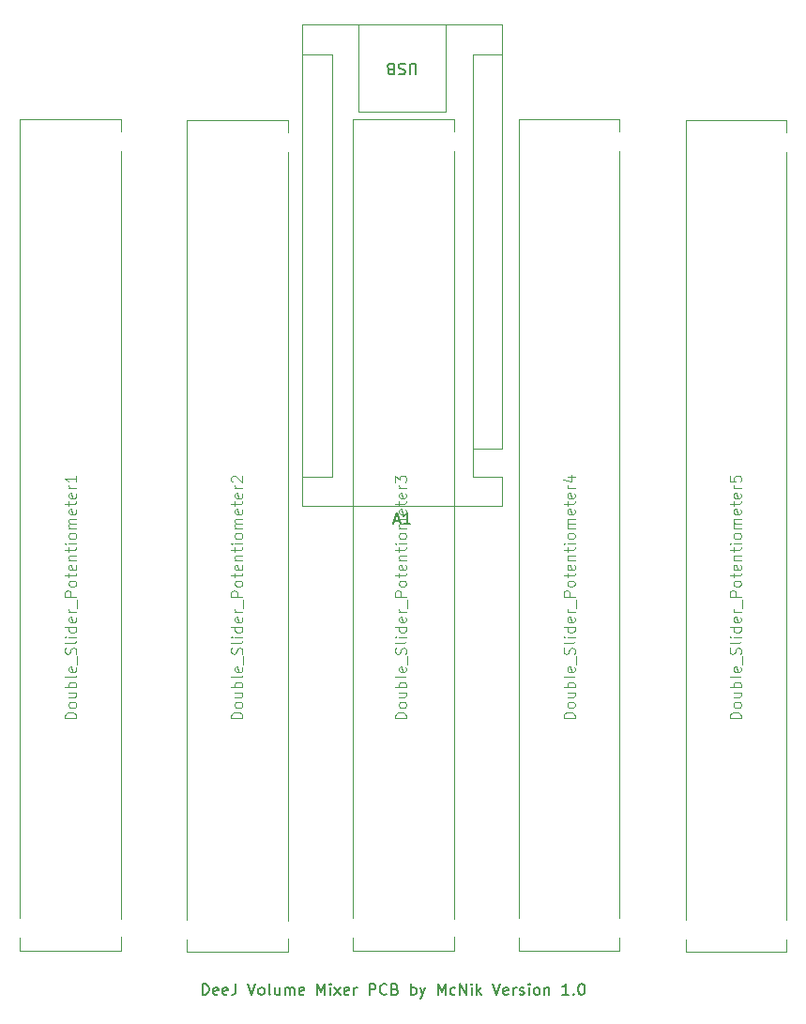
<source format=gto>
%TF.GenerationSoftware,KiCad,Pcbnew,8.0.0*%
%TF.CreationDate,2024-06-21T00:18:55+02:00*%
%TF.ProjectId,Audio-Controller,41756469-6f2d-4436-9f6e-74726f6c6c65,rev?*%
%TF.SameCoordinates,Original*%
%TF.FileFunction,Legend,Top*%
%TF.FilePolarity,Positive*%
%FSLAX46Y46*%
G04 Gerber Fmt 4.6, Leading zero omitted, Abs format (unit mm)*
G04 Created by KiCad (PCBNEW 8.0.0) date 2024-06-21 00:18:55*
%MOMM*%
%LPD*%
G01*
G04 APERTURE LIST*
%ADD10C,0.200000*%
%ADD11C,0.100000*%
%ADD12C,0.150000*%
%ADD13C,0.120000*%
%ADD14C,2.000000*%
%ADD15C,3.500000*%
%ADD16R,1.600000X1.600000*%
%ADD17O,1.600000X1.600000*%
G04 APERTURE END LIST*
D10*
X66369673Y-103867219D02*
X66369673Y-102867219D01*
X66369673Y-102867219D02*
X66607768Y-102867219D01*
X66607768Y-102867219D02*
X66750625Y-102914838D01*
X66750625Y-102914838D02*
X66845863Y-103010076D01*
X66845863Y-103010076D02*
X66893482Y-103105314D01*
X66893482Y-103105314D02*
X66941101Y-103295790D01*
X66941101Y-103295790D02*
X66941101Y-103438647D01*
X66941101Y-103438647D02*
X66893482Y-103629123D01*
X66893482Y-103629123D02*
X66845863Y-103724361D01*
X66845863Y-103724361D02*
X66750625Y-103819600D01*
X66750625Y-103819600D02*
X66607768Y-103867219D01*
X66607768Y-103867219D02*
X66369673Y-103867219D01*
X67750625Y-103819600D02*
X67655387Y-103867219D01*
X67655387Y-103867219D02*
X67464911Y-103867219D01*
X67464911Y-103867219D02*
X67369673Y-103819600D01*
X67369673Y-103819600D02*
X67322054Y-103724361D01*
X67322054Y-103724361D02*
X67322054Y-103343409D01*
X67322054Y-103343409D02*
X67369673Y-103248171D01*
X67369673Y-103248171D02*
X67464911Y-103200552D01*
X67464911Y-103200552D02*
X67655387Y-103200552D01*
X67655387Y-103200552D02*
X67750625Y-103248171D01*
X67750625Y-103248171D02*
X67798244Y-103343409D01*
X67798244Y-103343409D02*
X67798244Y-103438647D01*
X67798244Y-103438647D02*
X67322054Y-103533885D01*
X68607768Y-103819600D02*
X68512530Y-103867219D01*
X68512530Y-103867219D02*
X68322054Y-103867219D01*
X68322054Y-103867219D02*
X68226816Y-103819600D01*
X68226816Y-103819600D02*
X68179197Y-103724361D01*
X68179197Y-103724361D02*
X68179197Y-103343409D01*
X68179197Y-103343409D02*
X68226816Y-103248171D01*
X68226816Y-103248171D02*
X68322054Y-103200552D01*
X68322054Y-103200552D02*
X68512530Y-103200552D01*
X68512530Y-103200552D02*
X68607768Y-103248171D01*
X68607768Y-103248171D02*
X68655387Y-103343409D01*
X68655387Y-103343409D02*
X68655387Y-103438647D01*
X68655387Y-103438647D02*
X68179197Y-103533885D01*
X69369673Y-102867219D02*
X69369673Y-103581504D01*
X69369673Y-103581504D02*
X69322054Y-103724361D01*
X69322054Y-103724361D02*
X69226816Y-103819600D01*
X69226816Y-103819600D02*
X69083959Y-103867219D01*
X69083959Y-103867219D02*
X68988721Y-103867219D01*
X70464912Y-102867219D02*
X70798245Y-103867219D01*
X70798245Y-103867219D02*
X71131578Y-102867219D01*
X71607769Y-103867219D02*
X71512531Y-103819600D01*
X71512531Y-103819600D02*
X71464912Y-103771980D01*
X71464912Y-103771980D02*
X71417293Y-103676742D01*
X71417293Y-103676742D02*
X71417293Y-103391028D01*
X71417293Y-103391028D02*
X71464912Y-103295790D01*
X71464912Y-103295790D02*
X71512531Y-103248171D01*
X71512531Y-103248171D02*
X71607769Y-103200552D01*
X71607769Y-103200552D02*
X71750626Y-103200552D01*
X71750626Y-103200552D02*
X71845864Y-103248171D01*
X71845864Y-103248171D02*
X71893483Y-103295790D01*
X71893483Y-103295790D02*
X71941102Y-103391028D01*
X71941102Y-103391028D02*
X71941102Y-103676742D01*
X71941102Y-103676742D02*
X71893483Y-103771980D01*
X71893483Y-103771980D02*
X71845864Y-103819600D01*
X71845864Y-103819600D02*
X71750626Y-103867219D01*
X71750626Y-103867219D02*
X71607769Y-103867219D01*
X72512531Y-103867219D02*
X72417293Y-103819600D01*
X72417293Y-103819600D02*
X72369674Y-103724361D01*
X72369674Y-103724361D02*
X72369674Y-102867219D01*
X73322055Y-103200552D02*
X73322055Y-103867219D01*
X72893484Y-103200552D02*
X72893484Y-103724361D01*
X72893484Y-103724361D02*
X72941103Y-103819600D01*
X72941103Y-103819600D02*
X73036341Y-103867219D01*
X73036341Y-103867219D02*
X73179198Y-103867219D01*
X73179198Y-103867219D02*
X73274436Y-103819600D01*
X73274436Y-103819600D02*
X73322055Y-103771980D01*
X73798246Y-103867219D02*
X73798246Y-103200552D01*
X73798246Y-103295790D02*
X73845865Y-103248171D01*
X73845865Y-103248171D02*
X73941103Y-103200552D01*
X73941103Y-103200552D02*
X74083960Y-103200552D01*
X74083960Y-103200552D02*
X74179198Y-103248171D01*
X74179198Y-103248171D02*
X74226817Y-103343409D01*
X74226817Y-103343409D02*
X74226817Y-103867219D01*
X74226817Y-103343409D02*
X74274436Y-103248171D01*
X74274436Y-103248171D02*
X74369674Y-103200552D01*
X74369674Y-103200552D02*
X74512531Y-103200552D01*
X74512531Y-103200552D02*
X74607770Y-103248171D01*
X74607770Y-103248171D02*
X74655389Y-103343409D01*
X74655389Y-103343409D02*
X74655389Y-103867219D01*
X75512531Y-103819600D02*
X75417293Y-103867219D01*
X75417293Y-103867219D02*
X75226817Y-103867219D01*
X75226817Y-103867219D02*
X75131579Y-103819600D01*
X75131579Y-103819600D02*
X75083960Y-103724361D01*
X75083960Y-103724361D02*
X75083960Y-103343409D01*
X75083960Y-103343409D02*
X75131579Y-103248171D01*
X75131579Y-103248171D02*
X75226817Y-103200552D01*
X75226817Y-103200552D02*
X75417293Y-103200552D01*
X75417293Y-103200552D02*
X75512531Y-103248171D01*
X75512531Y-103248171D02*
X75560150Y-103343409D01*
X75560150Y-103343409D02*
X75560150Y-103438647D01*
X75560150Y-103438647D02*
X75083960Y-103533885D01*
X76750627Y-103867219D02*
X76750627Y-102867219D01*
X76750627Y-102867219D02*
X77083960Y-103581504D01*
X77083960Y-103581504D02*
X77417293Y-102867219D01*
X77417293Y-102867219D02*
X77417293Y-103867219D01*
X77893484Y-103867219D02*
X77893484Y-103200552D01*
X77893484Y-102867219D02*
X77845865Y-102914838D01*
X77845865Y-102914838D02*
X77893484Y-102962457D01*
X77893484Y-102962457D02*
X77941103Y-102914838D01*
X77941103Y-102914838D02*
X77893484Y-102867219D01*
X77893484Y-102867219D02*
X77893484Y-102962457D01*
X78274436Y-103867219D02*
X78798245Y-103200552D01*
X78274436Y-103200552D02*
X78798245Y-103867219D01*
X79560150Y-103819600D02*
X79464912Y-103867219D01*
X79464912Y-103867219D02*
X79274436Y-103867219D01*
X79274436Y-103867219D02*
X79179198Y-103819600D01*
X79179198Y-103819600D02*
X79131579Y-103724361D01*
X79131579Y-103724361D02*
X79131579Y-103343409D01*
X79131579Y-103343409D02*
X79179198Y-103248171D01*
X79179198Y-103248171D02*
X79274436Y-103200552D01*
X79274436Y-103200552D02*
X79464912Y-103200552D01*
X79464912Y-103200552D02*
X79560150Y-103248171D01*
X79560150Y-103248171D02*
X79607769Y-103343409D01*
X79607769Y-103343409D02*
X79607769Y-103438647D01*
X79607769Y-103438647D02*
X79131579Y-103533885D01*
X80036341Y-103867219D02*
X80036341Y-103200552D01*
X80036341Y-103391028D02*
X80083960Y-103295790D01*
X80083960Y-103295790D02*
X80131579Y-103248171D01*
X80131579Y-103248171D02*
X80226817Y-103200552D01*
X80226817Y-103200552D02*
X80322055Y-103200552D01*
X81417294Y-103867219D02*
X81417294Y-102867219D01*
X81417294Y-102867219D02*
X81798246Y-102867219D01*
X81798246Y-102867219D02*
X81893484Y-102914838D01*
X81893484Y-102914838D02*
X81941103Y-102962457D01*
X81941103Y-102962457D02*
X81988722Y-103057695D01*
X81988722Y-103057695D02*
X81988722Y-103200552D01*
X81988722Y-103200552D02*
X81941103Y-103295790D01*
X81941103Y-103295790D02*
X81893484Y-103343409D01*
X81893484Y-103343409D02*
X81798246Y-103391028D01*
X81798246Y-103391028D02*
X81417294Y-103391028D01*
X82988722Y-103771980D02*
X82941103Y-103819600D01*
X82941103Y-103819600D02*
X82798246Y-103867219D01*
X82798246Y-103867219D02*
X82703008Y-103867219D01*
X82703008Y-103867219D02*
X82560151Y-103819600D01*
X82560151Y-103819600D02*
X82464913Y-103724361D01*
X82464913Y-103724361D02*
X82417294Y-103629123D01*
X82417294Y-103629123D02*
X82369675Y-103438647D01*
X82369675Y-103438647D02*
X82369675Y-103295790D01*
X82369675Y-103295790D02*
X82417294Y-103105314D01*
X82417294Y-103105314D02*
X82464913Y-103010076D01*
X82464913Y-103010076D02*
X82560151Y-102914838D01*
X82560151Y-102914838D02*
X82703008Y-102867219D01*
X82703008Y-102867219D02*
X82798246Y-102867219D01*
X82798246Y-102867219D02*
X82941103Y-102914838D01*
X82941103Y-102914838D02*
X82988722Y-102962457D01*
X83750627Y-103343409D02*
X83893484Y-103391028D01*
X83893484Y-103391028D02*
X83941103Y-103438647D01*
X83941103Y-103438647D02*
X83988722Y-103533885D01*
X83988722Y-103533885D02*
X83988722Y-103676742D01*
X83988722Y-103676742D02*
X83941103Y-103771980D01*
X83941103Y-103771980D02*
X83893484Y-103819600D01*
X83893484Y-103819600D02*
X83798246Y-103867219D01*
X83798246Y-103867219D02*
X83417294Y-103867219D01*
X83417294Y-103867219D02*
X83417294Y-102867219D01*
X83417294Y-102867219D02*
X83750627Y-102867219D01*
X83750627Y-102867219D02*
X83845865Y-102914838D01*
X83845865Y-102914838D02*
X83893484Y-102962457D01*
X83893484Y-102962457D02*
X83941103Y-103057695D01*
X83941103Y-103057695D02*
X83941103Y-103152933D01*
X83941103Y-103152933D02*
X83893484Y-103248171D01*
X83893484Y-103248171D02*
X83845865Y-103295790D01*
X83845865Y-103295790D02*
X83750627Y-103343409D01*
X83750627Y-103343409D02*
X83417294Y-103343409D01*
X85179199Y-103867219D02*
X85179199Y-102867219D01*
X85179199Y-103248171D02*
X85274437Y-103200552D01*
X85274437Y-103200552D02*
X85464913Y-103200552D01*
X85464913Y-103200552D02*
X85560151Y-103248171D01*
X85560151Y-103248171D02*
X85607770Y-103295790D01*
X85607770Y-103295790D02*
X85655389Y-103391028D01*
X85655389Y-103391028D02*
X85655389Y-103676742D01*
X85655389Y-103676742D02*
X85607770Y-103771980D01*
X85607770Y-103771980D02*
X85560151Y-103819600D01*
X85560151Y-103819600D02*
X85464913Y-103867219D01*
X85464913Y-103867219D02*
X85274437Y-103867219D01*
X85274437Y-103867219D02*
X85179199Y-103819600D01*
X85988723Y-103200552D02*
X86226818Y-103867219D01*
X86464913Y-103200552D02*
X86226818Y-103867219D01*
X86226818Y-103867219D02*
X86131580Y-104105314D01*
X86131580Y-104105314D02*
X86083961Y-104152933D01*
X86083961Y-104152933D02*
X85988723Y-104200552D01*
X87607771Y-103867219D02*
X87607771Y-102867219D01*
X87607771Y-102867219D02*
X87941104Y-103581504D01*
X87941104Y-103581504D02*
X88274437Y-102867219D01*
X88274437Y-102867219D02*
X88274437Y-103867219D01*
X89179199Y-103819600D02*
X89083961Y-103867219D01*
X89083961Y-103867219D02*
X88893485Y-103867219D01*
X88893485Y-103867219D02*
X88798247Y-103819600D01*
X88798247Y-103819600D02*
X88750628Y-103771980D01*
X88750628Y-103771980D02*
X88703009Y-103676742D01*
X88703009Y-103676742D02*
X88703009Y-103391028D01*
X88703009Y-103391028D02*
X88750628Y-103295790D01*
X88750628Y-103295790D02*
X88798247Y-103248171D01*
X88798247Y-103248171D02*
X88893485Y-103200552D01*
X88893485Y-103200552D02*
X89083961Y-103200552D01*
X89083961Y-103200552D02*
X89179199Y-103248171D01*
X89607771Y-103867219D02*
X89607771Y-102867219D01*
X89607771Y-102867219D02*
X90179199Y-103867219D01*
X90179199Y-103867219D02*
X90179199Y-102867219D01*
X90655390Y-103867219D02*
X90655390Y-103200552D01*
X90655390Y-102867219D02*
X90607771Y-102914838D01*
X90607771Y-102914838D02*
X90655390Y-102962457D01*
X90655390Y-102962457D02*
X90703009Y-102914838D01*
X90703009Y-102914838D02*
X90655390Y-102867219D01*
X90655390Y-102867219D02*
X90655390Y-102962457D01*
X91131580Y-103867219D02*
X91131580Y-102867219D01*
X91226818Y-103486266D02*
X91512532Y-103867219D01*
X91512532Y-103200552D02*
X91131580Y-103581504D01*
X92560152Y-102867219D02*
X92893485Y-103867219D01*
X92893485Y-103867219D02*
X93226818Y-102867219D01*
X93941104Y-103819600D02*
X93845866Y-103867219D01*
X93845866Y-103867219D02*
X93655390Y-103867219D01*
X93655390Y-103867219D02*
X93560152Y-103819600D01*
X93560152Y-103819600D02*
X93512533Y-103724361D01*
X93512533Y-103724361D02*
X93512533Y-103343409D01*
X93512533Y-103343409D02*
X93560152Y-103248171D01*
X93560152Y-103248171D02*
X93655390Y-103200552D01*
X93655390Y-103200552D02*
X93845866Y-103200552D01*
X93845866Y-103200552D02*
X93941104Y-103248171D01*
X93941104Y-103248171D02*
X93988723Y-103343409D01*
X93988723Y-103343409D02*
X93988723Y-103438647D01*
X93988723Y-103438647D02*
X93512533Y-103533885D01*
X94417295Y-103867219D02*
X94417295Y-103200552D01*
X94417295Y-103391028D02*
X94464914Y-103295790D01*
X94464914Y-103295790D02*
X94512533Y-103248171D01*
X94512533Y-103248171D02*
X94607771Y-103200552D01*
X94607771Y-103200552D02*
X94703009Y-103200552D01*
X94988724Y-103819600D02*
X95083962Y-103867219D01*
X95083962Y-103867219D02*
X95274438Y-103867219D01*
X95274438Y-103867219D02*
X95369676Y-103819600D01*
X95369676Y-103819600D02*
X95417295Y-103724361D01*
X95417295Y-103724361D02*
X95417295Y-103676742D01*
X95417295Y-103676742D02*
X95369676Y-103581504D01*
X95369676Y-103581504D02*
X95274438Y-103533885D01*
X95274438Y-103533885D02*
X95131581Y-103533885D01*
X95131581Y-103533885D02*
X95036343Y-103486266D01*
X95036343Y-103486266D02*
X94988724Y-103391028D01*
X94988724Y-103391028D02*
X94988724Y-103343409D01*
X94988724Y-103343409D02*
X95036343Y-103248171D01*
X95036343Y-103248171D02*
X95131581Y-103200552D01*
X95131581Y-103200552D02*
X95274438Y-103200552D01*
X95274438Y-103200552D02*
X95369676Y-103248171D01*
X95845867Y-103867219D02*
X95845867Y-103200552D01*
X95845867Y-102867219D02*
X95798248Y-102914838D01*
X95798248Y-102914838D02*
X95845867Y-102962457D01*
X95845867Y-102962457D02*
X95893486Y-102914838D01*
X95893486Y-102914838D02*
X95845867Y-102867219D01*
X95845867Y-102867219D02*
X95845867Y-102962457D01*
X96464914Y-103867219D02*
X96369676Y-103819600D01*
X96369676Y-103819600D02*
X96322057Y-103771980D01*
X96322057Y-103771980D02*
X96274438Y-103676742D01*
X96274438Y-103676742D02*
X96274438Y-103391028D01*
X96274438Y-103391028D02*
X96322057Y-103295790D01*
X96322057Y-103295790D02*
X96369676Y-103248171D01*
X96369676Y-103248171D02*
X96464914Y-103200552D01*
X96464914Y-103200552D02*
X96607771Y-103200552D01*
X96607771Y-103200552D02*
X96703009Y-103248171D01*
X96703009Y-103248171D02*
X96750628Y-103295790D01*
X96750628Y-103295790D02*
X96798247Y-103391028D01*
X96798247Y-103391028D02*
X96798247Y-103676742D01*
X96798247Y-103676742D02*
X96750628Y-103771980D01*
X96750628Y-103771980D02*
X96703009Y-103819600D01*
X96703009Y-103819600D02*
X96607771Y-103867219D01*
X96607771Y-103867219D02*
X96464914Y-103867219D01*
X97226819Y-103200552D02*
X97226819Y-103867219D01*
X97226819Y-103295790D02*
X97274438Y-103248171D01*
X97274438Y-103248171D02*
X97369676Y-103200552D01*
X97369676Y-103200552D02*
X97512533Y-103200552D01*
X97512533Y-103200552D02*
X97607771Y-103248171D01*
X97607771Y-103248171D02*
X97655390Y-103343409D01*
X97655390Y-103343409D02*
X97655390Y-103867219D01*
X99417295Y-103867219D02*
X98845867Y-103867219D01*
X99131581Y-103867219D02*
X99131581Y-102867219D01*
X99131581Y-102867219D02*
X99036343Y-103010076D01*
X99036343Y-103010076D02*
X98941105Y-103105314D01*
X98941105Y-103105314D02*
X98845867Y-103152933D01*
X99845867Y-103771980D02*
X99893486Y-103819600D01*
X99893486Y-103819600D02*
X99845867Y-103867219D01*
X99845867Y-103867219D02*
X99798248Y-103819600D01*
X99798248Y-103819600D02*
X99845867Y-103771980D01*
X99845867Y-103771980D02*
X99845867Y-103867219D01*
X100512533Y-102867219D02*
X100607771Y-102867219D01*
X100607771Y-102867219D02*
X100703009Y-102914838D01*
X100703009Y-102914838D02*
X100750628Y-102962457D01*
X100750628Y-102962457D02*
X100798247Y-103057695D01*
X100798247Y-103057695D02*
X100845866Y-103248171D01*
X100845866Y-103248171D02*
X100845866Y-103486266D01*
X100845866Y-103486266D02*
X100798247Y-103676742D01*
X100798247Y-103676742D02*
X100750628Y-103771980D01*
X100750628Y-103771980D02*
X100703009Y-103819600D01*
X100703009Y-103819600D02*
X100607771Y-103867219D01*
X100607771Y-103867219D02*
X100512533Y-103867219D01*
X100512533Y-103867219D02*
X100417295Y-103819600D01*
X100417295Y-103819600D02*
X100369676Y-103771980D01*
X100369676Y-103771980D02*
X100322057Y-103676742D01*
X100322057Y-103676742D02*
X100274438Y-103486266D01*
X100274438Y-103486266D02*
X100274438Y-103248171D01*
X100274438Y-103248171D02*
X100322057Y-103057695D01*
X100322057Y-103057695D02*
X100369676Y-102962457D01*
X100369676Y-102962457D02*
X100417295Y-102914838D01*
X100417295Y-102914838D02*
X100512533Y-102867219D01*
D11*
X114957419Y-78928572D02*
X113957419Y-78928572D01*
X113957419Y-78928572D02*
X113957419Y-78690477D01*
X113957419Y-78690477D02*
X114005038Y-78547620D01*
X114005038Y-78547620D02*
X114100276Y-78452382D01*
X114100276Y-78452382D02*
X114195514Y-78404763D01*
X114195514Y-78404763D02*
X114385990Y-78357144D01*
X114385990Y-78357144D02*
X114528847Y-78357144D01*
X114528847Y-78357144D02*
X114719323Y-78404763D01*
X114719323Y-78404763D02*
X114814561Y-78452382D01*
X114814561Y-78452382D02*
X114909800Y-78547620D01*
X114909800Y-78547620D02*
X114957419Y-78690477D01*
X114957419Y-78690477D02*
X114957419Y-78928572D01*
X114957419Y-77785715D02*
X114909800Y-77880953D01*
X114909800Y-77880953D02*
X114862180Y-77928572D01*
X114862180Y-77928572D02*
X114766942Y-77976191D01*
X114766942Y-77976191D02*
X114481228Y-77976191D01*
X114481228Y-77976191D02*
X114385990Y-77928572D01*
X114385990Y-77928572D02*
X114338371Y-77880953D01*
X114338371Y-77880953D02*
X114290752Y-77785715D01*
X114290752Y-77785715D02*
X114290752Y-77642858D01*
X114290752Y-77642858D02*
X114338371Y-77547620D01*
X114338371Y-77547620D02*
X114385990Y-77500001D01*
X114385990Y-77500001D02*
X114481228Y-77452382D01*
X114481228Y-77452382D02*
X114766942Y-77452382D01*
X114766942Y-77452382D02*
X114862180Y-77500001D01*
X114862180Y-77500001D02*
X114909800Y-77547620D01*
X114909800Y-77547620D02*
X114957419Y-77642858D01*
X114957419Y-77642858D02*
X114957419Y-77785715D01*
X114290752Y-76595239D02*
X114957419Y-76595239D01*
X114290752Y-77023810D02*
X114814561Y-77023810D01*
X114814561Y-77023810D02*
X114909800Y-76976191D01*
X114909800Y-76976191D02*
X114957419Y-76880953D01*
X114957419Y-76880953D02*
X114957419Y-76738096D01*
X114957419Y-76738096D02*
X114909800Y-76642858D01*
X114909800Y-76642858D02*
X114862180Y-76595239D01*
X114957419Y-76119048D02*
X113957419Y-76119048D01*
X114338371Y-76119048D02*
X114290752Y-76023810D01*
X114290752Y-76023810D02*
X114290752Y-75833334D01*
X114290752Y-75833334D02*
X114338371Y-75738096D01*
X114338371Y-75738096D02*
X114385990Y-75690477D01*
X114385990Y-75690477D02*
X114481228Y-75642858D01*
X114481228Y-75642858D02*
X114766942Y-75642858D01*
X114766942Y-75642858D02*
X114862180Y-75690477D01*
X114862180Y-75690477D02*
X114909800Y-75738096D01*
X114909800Y-75738096D02*
X114957419Y-75833334D01*
X114957419Y-75833334D02*
X114957419Y-76023810D01*
X114957419Y-76023810D02*
X114909800Y-76119048D01*
X114957419Y-75071429D02*
X114909800Y-75166667D01*
X114909800Y-75166667D02*
X114814561Y-75214286D01*
X114814561Y-75214286D02*
X113957419Y-75214286D01*
X114909800Y-74309524D02*
X114957419Y-74404762D01*
X114957419Y-74404762D02*
X114957419Y-74595238D01*
X114957419Y-74595238D02*
X114909800Y-74690476D01*
X114909800Y-74690476D02*
X114814561Y-74738095D01*
X114814561Y-74738095D02*
X114433609Y-74738095D01*
X114433609Y-74738095D02*
X114338371Y-74690476D01*
X114338371Y-74690476D02*
X114290752Y-74595238D01*
X114290752Y-74595238D02*
X114290752Y-74404762D01*
X114290752Y-74404762D02*
X114338371Y-74309524D01*
X114338371Y-74309524D02*
X114433609Y-74261905D01*
X114433609Y-74261905D02*
X114528847Y-74261905D01*
X114528847Y-74261905D02*
X114624085Y-74738095D01*
X115052657Y-74071429D02*
X115052657Y-73309524D01*
X114909800Y-73119047D02*
X114957419Y-72976190D01*
X114957419Y-72976190D02*
X114957419Y-72738095D01*
X114957419Y-72738095D02*
X114909800Y-72642857D01*
X114909800Y-72642857D02*
X114862180Y-72595238D01*
X114862180Y-72595238D02*
X114766942Y-72547619D01*
X114766942Y-72547619D02*
X114671704Y-72547619D01*
X114671704Y-72547619D02*
X114576466Y-72595238D01*
X114576466Y-72595238D02*
X114528847Y-72642857D01*
X114528847Y-72642857D02*
X114481228Y-72738095D01*
X114481228Y-72738095D02*
X114433609Y-72928571D01*
X114433609Y-72928571D02*
X114385990Y-73023809D01*
X114385990Y-73023809D02*
X114338371Y-73071428D01*
X114338371Y-73071428D02*
X114243133Y-73119047D01*
X114243133Y-73119047D02*
X114147895Y-73119047D01*
X114147895Y-73119047D02*
X114052657Y-73071428D01*
X114052657Y-73071428D02*
X114005038Y-73023809D01*
X114005038Y-73023809D02*
X113957419Y-72928571D01*
X113957419Y-72928571D02*
X113957419Y-72690476D01*
X113957419Y-72690476D02*
X114005038Y-72547619D01*
X114957419Y-71976190D02*
X114909800Y-72071428D01*
X114909800Y-72071428D02*
X114814561Y-72119047D01*
X114814561Y-72119047D02*
X113957419Y-72119047D01*
X114957419Y-71595237D02*
X114290752Y-71595237D01*
X113957419Y-71595237D02*
X114005038Y-71642856D01*
X114005038Y-71642856D02*
X114052657Y-71595237D01*
X114052657Y-71595237D02*
X114005038Y-71547618D01*
X114005038Y-71547618D02*
X113957419Y-71595237D01*
X113957419Y-71595237D02*
X114052657Y-71595237D01*
X114957419Y-70690476D02*
X113957419Y-70690476D01*
X114909800Y-70690476D02*
X114957419Y-70785714D01*
X114957419Y-70785714D02*
X114957419Y-70976190D01*
X114957419Y-70976190D02*
X114909800Y-71071428D01*
X114909800Y-71071428D02*
X114862180Y-71119047D01*
X114862180Y-71119047D02*
X114766942Y-71166666D01*
X114766942Y-71166666D02*
X114481228Y-71166666D01*
X114481228Y-71166666D02*
X114385990Y-71119047D01*
X114385990Y-71119047D02*
X114338371Y-71071428D01*
X114338371Y-71071428D02*
X114290752Y-70976190D01*
X114290752Y-70976190D02*
X114290752Y-70785714D01*
X114290752Y-70785714D02*
X114338371Y-70690476D01*
X114909800Y-69833333D02*
X114957419Y-69928571D01*
X114957419Y-69928571D02*
X114957419Y-70119047D01*
X114957419Y-70119047D02*
X114909800Y-70214285D01*
X114909800Y-70214285D02*
X114814561Y-70261904D01*
X114814561Y-70261904D02*
X114433609Y-70261904D01*
X114433609Y-70261904D02*
X114338371Y-70214285D01*
X114338371Y-70214285D02*
X114290752Y-70119047D01*
X114290752Y-70119047D02*
X114290752Y-69928571D01*
X114290752Y-69928571D02*
X114338371Y-69833333D01*
X114338371Y-69833333D02*
X114433609Y-69785714D01*
X114433609Y-69785714D02*
X114528847Y-69785714D01*
X114528847Y-69785714D02*
X114624085Y-70261904D01*
X114957419Y-69357142D02*
X114290752Y-69357142D01*
X114481228Y-69357142D02*
X114385990Y-69309523D01*
X114385990Y-69309523D02*
X114338371Y-69261904D01*
X114338371Y-69261904D02*
X114290752Y-69166666D01*
X114290752Y-69166666D02*
X114290752Y-69071428D01*
X115052657Y-68976190D02*
X115052657Y-68214285D01*
X114957419Y-67976189D02*
X113957419Y-67976189D01*
X113957419Y-67976189D02*
X113957419Y-67595237D01*
X113957419Y-67595237D02*
X114005038Y-67499999D01*
X114005038Y-67499999D02*
X114052657Y-67452380D01*
X114052657Y-67452380D02*
X114147895Y-67404761D01*
X114147895Y-67404761D02*
X114290752Y-67404761D01*
X114290752Y-67404761D02*
X114385990Y-67452380D01*
X114385990Y-67452380D02*
X114433609Y-67499999D01*
X114433609Y-67499999D02*
X114481228Y-67595237D01*
X114481228Y-67595237D02*
X114481228Y-67976189D01*
X114957419Y-66833332D02*
X114909800Y-66928570D01*
X114909800Y-66928570D02*
X114862180Y-66976189D01*
X114862180Y-66976189D02*
X114766942Y-67023808D01*
X114766942Y-67023808D02*
X114481228Y-67023808D01*
X114481228Y-67023808D02*
X114385990Y-66976189D01*
X114385990Y-66976189D02*
X114338371Y-66928570D01*
X114338371Y-66928570D02*
X114290752Y-66833332D01*
X114290752Y-66833332D02*
X114290752Y-66690475D01*
X114290752Y-66690475D02*
X114338371Y-66595237D01*
X114338371Y-66595237D02*
X114385990Y-66547618D01*
X114385990Y-66547618D02*
X114481228Y-66499999D01*
X114481228Y-66499999D02*
X114766942Y-66499999D01*
X114766942Y-66499999D02*
X114862180Y-66547618D01*
X114862180Y-66547618D02*
X114909800Y-66595237D01*
X114909800Y-66595237D02*
X114957419Y-66690475D01*
X114957419Y-66690475D02*
X114957419Y-66833332D01*
X114290752Y-66214284D02*
X114290752Y-65833332D01*
X113957419Y-66071427D02*
X114814561Y-66071427D01*
X114814561Y-66071427D02*
X114909800Y-66023808D01*
X114909800Y-66023808D02*
X114957419Y-65928570D01*
X114957419Y-65928570D02*
X114957419Y-65833332D01*
X114909800Y-65119046D02*
X114957419Y-65214284D01*
X114957419Y-65214284D02*
X114957419Y-65404760D01*
X114957419Y-65404760D02*
X114909800Y-65499998D01*
X114909800Y-65499998D02*
X114814561Y-65547617D01*
X114814561Y-65547617D02*
X114433609Y-65547617D01*
X114433609Y-65547617D02*
X114338371Y-65499998D01*
X114338371Y-65499998D02*
X114290752Y-65404760D01*
X114290752Y-65404760D02*
X114290752Y-65214284D01*
X114290752Y-65214284D02*
X114338371Y-65119046D01*
X114338371Y-65119046D02*
X114433609Y-65071427D01*
X114433609Y-65071427D02*
X114528847Y-65071427D01*
X114528847Y-65071427D02*
X114624085Y-65547617D01*
X114290752Y-64642855D02*
X114957419Y-64642855D01*
X114385990Y-64642855D02*
X114338371Y-64595236D01*
X114338371Y-64595236D02*
X114290752Y-64499998D01*
X114290752Y-64499998D02*
X114290752Y-64357141D01*
X114290752Y-64357141D02*
X114338371Y-64261903D01*
X114338371Y-64261903D02*
X114433609Y-64214284D01*
X114433609Y-64214284D02*
X114957419Y-64214284D01*
X114290752Y-63880950D02*
X114290752Y-63499998D01*
X113957419Y-63738093D02*
X114814561Y-63738093D01*
X114814561Y-63738093D02*
X114909800Y-63690474D01*
X114909800Y-63690474D02*
X114957419Y-63595236D01*
X114957419Y-63595236D02*
X114957419Y-63499998D01*
X114957419Y-63166664D02*
X114290752Y-63166664D01*
X113957419Y-63166664D02*
X114005038Y-63214283D01*
X114005038Y-63214283D02*
X114052657Y-63166664D01*
X114052657Y-63166664D02*
X114005038Y-63119045D01*
X114005038Y-63119045D02*
X113957419Y-63166664D01*
X113957419Y-63166664D02*
X114052657Y-63166664D01*
X114957419Y-62547617D02*
X114909800Y-62642855D01*
X114909800Y-62642855D02*
X114862180Y-62690474D01*
X114862180Y-62690474D02*
X114766942Y-62738093D01*
X114766942Y-62738093D02*
X114481228Y-62738093D01*
X114481228Y-62738093D02*
X114385990Y-62690474D01*
X114385990Y-62690474D02*
X114338371Y-62642855D01*
X114338371Y-62642855D02*
X114290752Y-62547617D01*
X114290752Y-62547617D02*
X114290752Y-62404760D01*
X114290752Y-62404760D02*
X114338371Y-62309522D01*
X114338371Y-62309522D02*
X114385990Y-62261903D01*
X114385990Y-62261903D02*
X114481228Y-62214284D01*
X114481228Y-62214284D02*
X114766942Y-62214284D01*
X114766942Y-62214284D02*
X114862180Y-62261903D01*
X114862180Y-62261903D02*
X114909800Y-62309522D01*
X114909800Y-62309522D02*
X114957419Y-62404760D01*
X114957419Y-62404760D02*
X114957419Y-62547617D01*
X114957419Y-61785712D02*
X114290752Y-61785712D01*
X114385990Y-61785712D02*
X114338371Y-61738093D01*
X114338371Y-61738093D02*
X114290752Y-61642855D01*
X114290752Y-61642855D02*
X114290752Y-61499998D01*
X114290752Y-61499998D02*
X114338371Y-61404760D01*
X114338371Y-61404760D02*
X114433609Y-61357141D01*
X114433609Y-61357141D02*
X114957419Y-61357141D01*
X114433609Y-61357141D02*
X114338371Y-61309522D01*
X114338371Y-61309522D02*
X114290752Y-61214284D01*
X114290752Y-61214284D02*
X114290752Y-61071427D01*
X114290752Y-61071427D02*
X114338371Y-60976188D01*
X114338371Y-60976188D02*
X114433609Y-60928569D01*
X114433609Y-60928569D02*
X114957419Y-60928569D01*
X114909800Y-60071427D02*
X114957419Y-60166665D01*
X114957419Y-60166665D02*
X114957419Y-60357141D01*
X114957419Y-60357141D02*
X114909800Y-60452379D01*
X114909800Y-60452379D02*
X114814561Y-60499998D01*
X114814561Y-60499998D02*
X114433609Y-60499998D01*
X114433609Y-60499998D02*
X114338371Y-60452379D01*
X114338371Y-60452379D02*
X114290752Y-60357141D01*
X114290752Y-60357141D02*
X114290752Y-60166665D01*
X114290752Y-60166665D02*
X114338371Y-60071427D01*
X114338371Y-60071427D02*
X114433609Y-60023808D01*
X114433609Y-60023808D02*
X114528847Y-60023808D01*
X114528847Y-60023808D02*
X114624085Y-60499998D01*
X114290752Y-59738093D02*
X114290752Y-59357141D01*
X113957419Y-59595236D02*
X114814561Y-59595236D01*
X114814561Y-59595236D02*
X114909800Y-59547617D01*
X114909800Y-59547617D02*
X114957419Y-59452379D01*
X114957419Y-59452379D02*
X114957419Y-59357141D01*
X114909800Y-58642855D02*
X114957419Y-58738093D01*
X114957419Y-58738093D02*
X114957419Y-58928569D01*
X114957419Y-58928569D02*
X114909800Y-59023807D01*
X114909800Y-59023807D02*
X114814561Y-59071426D01*
X114814561Y-59071426D02*
X114433609Y-59071426D01*
X114433609Y-59071426D02*
X114338371Y-59023807D01*
X114338371Y-59023807D02*
X114290752Y-58928569D01*
X114290752Y-58928569D02*
X114290752Y-58738093D01*
X114290752Y-58738093D02*
X114338371Y-58642855D01*
X114338371Y-58642855D02*
X114433609Y-58595236D01*
X114433609Y-58595236D02*
X114528847Y-58595236D01*
X114528847Y-58595236D02*
X114624085Y-59071426D01*
X114957419Y-58166664D02*
X114290752Y-58166664D01*
X114481228Y-58166664D02*
X114385990Y-58119045D01*
X114385990Y-58119045D02*
X114338371Y-58071426D01*
X114338371Y-58071426D02*
X114290752Y-57976188D01*
X114290752Y-57976188D02*
X114290752Y-57880950D01*
X113957419Y-57071426D02*
X113957419Y-57547616D01*
X113957419Y-57547616D02*
X114433609Y-57595235D01*
X114433609Y-57595235D02*
X114385990Y-57547616D01*
X114385990Y-57547616D02*
X114338371Y-57452378D01*
X114338371Y-57452378D02*
X114338371Y-57214283D01*
X114338371Y-57214283D02*
X114385990Y-57119045D01*
X114385990Y-57119045D02*
X114433609Y-57071426D01*
X114433609Y-57071426D02*
X114528847Y-57023807D01*
X114528847Y-57023807D02*
X114766942Y-57023807D01*
X114766942Y-57023807D02*
X114862180Y-57071426D01*
X114862180Y-57071426D02*
X114909800Y-57119045D01*
X114909800Y-57119045D02*
X114957419Y-57214283D01*
X114957419Y-57214283D02*
X114957419Y-57452378D01*
X114957419Y-57452378D02*
X114909800Y-57547616D01*
X114909800Y-57547616D02*
X114862180Y-57595235D01*
D12*
X83665714Y-61109104D02*
X84141904Y-61109104D01*
X83570476Y-61394819D02*
X83903809Y-60394819D01*
X83903809Y-60394819D02*
X84237142Y-61394819D01*
X85094285Y-61394819D02*
X84522857Y-61394819D01*
X84808571Y-61394819D02*
X84808571Y-60394819D01*
X84808571Y-60394819D02*
X84713333Y-60537676D01*
X84713333Y-60537676D02*
X84618095Y-60632914D01*
X84618095Y-60632914D02*
X84522857Y-60680533D01*
X85641904Y-20845180D02*
X85641904Y-20035657D01*
X85641904Y-20035657D02*
X85594285Y-19940419D01*
X85594285Y-19940419D02*
X85546666Y-19892800D01*
X85546666Y-19892800D02*
X85451428Y-19845180D01*
X85451428Y-19845180D02*
X85260952Y-19845180D01*
X85260952Y-19845180D02*
X85165714Y-19892800D01*
X85165714Y-19892800D02*
X85118095Y-19940419D01*
X85118095Y-19940419D02*
X85070476Y-20035657D01*
X85070476Y-20035657D02*
X85070476Y-20845180D01*
X84641904Y-19892800D02*
X84499047Y-19845180D01*
X84499047Y-19845180D02*
X84260952Y-19845180D01*
X84260952Y-19845180D02*
X84165714Y-19892800D01*
X84165714Y-19892800D02*
X84118095Y-19940419D01*
X84118095Y-19940419D02*
X84070476Y-20035657D01*
X84070476Y-20035657D02*
X84070476Y-20130895D01*
X84070476Y-20130895D02*
X84118095Y-20226133D01*
X84118095Y-20226133D02*
X84165714Y-20273752D01*
X84165714Y-20273752D02*
X84260952Y-20321371D01*
X84260952Y-20321371D02*
X84451428Y-20368990D01*
X84451428Y-20368990D02*
X84546666Y-20416609D01*
X84546666Y-20416609D02*
X84594285Y-20464228D01*
X84594285Y-20464228D02*
X84641904Y-20559466D01*
X84641904Y-20559466D02*
X84641904Y-20654704D01*
X84641904Y-20654704D02*
X84594285Y-20749942D01*
X84594285Y-20749942D02*
X84546666Y-20797561D01*
X84546666Y-20797561D02*
X84451428Y-20845180D01*
X84451428Y-20845180D02*
X84213333Y-20845180D01*
X84213333Y-20845180D02*
X84070476Y-20797561D01*
X83308571Y-20368990D02*
X83165714Y-20321371D01*
X83165714Y-20321371D02*
X83118095Y-20273752D01*
X83118095Y-20273752D02*
X83070476Y-20178514D01*
X83070476Y-20178514D02*
X83070476Y-20035657D01*
X83070476Y-20035657D02*
X83118095Y-19940419D01*
X83118095Y-19940419D02*
X83165714Y-19892800D01*
X83165714Y-19892800D02*
X83260952Y-19845180D01*
X83260952Y-19845180D02*
X83641904Y-19845180D01*
X83641904Y-19845180D02*
X83641904Y-20845180D01*
X83641904Y-20845180D02*
X83308571Y-20845180D01*
X83308571Y-20845180D02*
X83213333Y-20797561D01*
X83213333Y-20797561D02*
X83165714Y-20749942D01*
X83165714Y-20749942D02*
X83118095Y-20654704D01*
X83118095Y-20654704D02*
X83118095Y-20559466D01*
X83118095Y-20559466D02*
X83165714Y-20464228D01*
X83165714Y-20464228D02*
X83213333Y-20416609D01*
X83213333Y-20416609D02*
X83308571Y-20368990D01*
X83308571Y-20368990D02*
X83641904Y-20368990D01*
D11*
X69957419Y-78928572D02*
X68957419Y-78928572D01*
X68957419Y-78928572D02*
X68957419Y-78690477D01*
X68957419Y-78690477D02*
X69005038Y-78547620D01*
X69005038Y-78547620D02*
X69100276Y-78452382D01*
X69100276Y-78452382D02*
X69195514Y-78404763D01*
X69195514Y-78404763D02*
X69385990Y-78357144D01*
X69385990Y-78357144D02*
X69528847Y-78357144D01*
X69528847Y-78357144D02*
X69719323Y-78404763D01*
X69719323Y-78404763D02*
X69814561Y-78452382D01*
X69814561Y-78452382D02*
X69909800Y-78547620D01*
X69909800Y-78547620D02*
X69957419Y-78690477D01*
X69957419Y-78690477D02*
X69957419Y-78928572D01*
X69957419Y-77785715D02*
X69909800Y-77880953D01*
X69909800Y-77880953D02*
X69862180Y-77928572D01*
X69862180Y-77928572D02*
X69766942Y-77976191D01*
X69766942Y-77976191D02*
X69481228Y-77976191D01*
X69481228Y-77976191D02*
X69385990Y-77928572D01*
X69385990Y-77928572D02*
X69338371Y-77880953D01*
X69338371Y-77880953D02*
X69290752Y-77785715D01*
X69290752Y-77785715D02*
X69290752Y-77642858D01*
X69290752Y-77642858D02*
X69338371Y-77547620D01*
X69338371Y-77547620D02*
X69385990Y-77500001D01*
X69385990Y-77500001D02*
X69481228Y-77452382D01*
X69481228Y-77452382D02*
X69766942Y-77452382D01*
X69766942Y-77452382D02*
X69862180Y-77500001D01*
X69862180Y-77500001D02*
X69909800Y-77547620D01*
X69909800Y-77547620D02*
X69957419Y-77642858D01*
X69957419Y-77642858D02*
X69957419Y-77785715D01*
X69290752Y-76595239D02*
X69957419Y-76595239D01*
X69290752Y-77023810D02*
X69814561Y-77023810D01*
X69814561Y-77023810D02*
X69909800Y-76976191D01*
X69909800Y-76976191D02*
X69957419Y-76880953D01*
X69957419Y-76880953D02*
X69957419Y-76738096D01*
X69957419Y-76738096D02*
X69909800Y-76642858D01*
X69909800Y-76642858D02*
X69862180Y-76595239D01*
X69957419Y-76119048D02*
X68957419Y-76119048D01*
X69338371Y-76119048D02*
X69290752Y-76023810D01*
X69290752Y-76023810D02*
X69290752Y-75833334D01*
X69290752Y-75833334D02*
X69338371Y-75738096D01*
X69338371Y-75738096D02*
X69385990Y-75690477D01*
X69385990Y-75690477D02*
X69481228Y-75642858D01*
X69481228Y-75642858D02*
X69766942Y-75642858D01*
X69766942Y-75642858D02*
X69862180Y-75690477D01*
X69862180Y-75690477D02*
X69909800Y-75738096D01*
X69909800Y-75738096D02*
X69957419Y-75833334D01*
X69957419Y-75833334D02*
X69957419Y-76023810D01*
X69957419Y-76023810D02*
X69909800Y-76119048D01*
X69957419Y-75071429D02*
X69909800Y-75166667D01*
X69909800Y-75166667D02*
X69814561Y-75214286D01*
X69814561Y-75214286D02*
X68957419Y-75214286D01*
X69909800Y-74309524D02*
X69957419Y-74404762D01*
X69957419Y-74404762D02*
X69957419Y-74595238D01*
X69957419Y-74595238D02*
X69909800Y-74690476D01*
X69909800Y-74690476D02*
X69814561Y-74738095D01*
X69814561Y-74738095D02*
X69433609Y-74738095D01*
X69433609Y-74738095D02*
X69338371Y-74690476D01*
X69338371Y-74690476D02*
X69290752Y-74595238D01*
X69290752Y-74595238D02*
X69290752Y-74404762D01*
X69290752Y-74404762D02*
X69338371Y-74309524D01*
X69338371Y-74309524D02*
X69433609Y-74261905D01*
X69433609Y-74261905D02*
X69528847Y-74261905D01*
X69528847Y-74261905D02*
X69624085Y-74738095D01*
X70052657Y-74071429D02*
X70052657Y-73309524D01*
X69909800Y-73119047D02*
X69957419Y-72976190D01*
X69957419Y-72976190D02*
X69957419Y-72738095D01*
X69957419Y-72738095D02*
X69909800Y-72642857D01*
X69909800Y-72642857D02*
X69862180Y-72595238D01*
X69862180Y-72595238D02*
X69766942Y-72547619D01*
X69766942Y-72547619D02*
X69671704Y-72547619D01*
X69671704Y-72547619D02*
X69576466Y-72595238D01*
X69576466Y-72595238D02*
X69528847Y-72642857D01*
X69528847Y-72642857D02*
X69481228Y-72738095D01*
X69481228Y-72738095D02*
X69433609Y-72928571D01*
X69433609Y-72928571D02*
X69385990Y-73023809D01*
X69385990Y-73023809D02*
X69338371Y-73071428D01*
X69338371Y-73071428D02*
X69243133Y-73119047D01*
X69243133Y-73119047D02*
X69147895Y-73119047D01*
X69147895Y-73119047D02*
X69052657Y-73071428D01*
X69052657Y-73071428D02*
X69005038Y-73023809D01*
X69005038Y-73023809D02*
X68957419Y-72928571D01*
X68957419Y-72928571D02*
X68957419Y-72690476D01*
X68957419Y-72690476D02*
X69005038Y-72547619D01*
X69957419Y-71976190D02*
X69909800Y-72071428D01*
X69909800Y-72071428D02*
X69814561Y-72119047D01*
X69814561Y-72119047D02*
X68957419Y-72119047D01*
X69957419Y-71595237D02*
X69290752Y-71595237D01*
X68957419Y-71595237D02*
X69005038Y-71642856D01*
X69005038Y-71642856D02*
X69052657Y-71595237D01*
X69052657Y-71595237D02*
X69005038Y-71547618D01*
X69005038Y-71547618D02*
X68957419Y-71595237D01*
X68957419Y-71595237D02*
X69052657Y-71595237D01*
X69957419Y-70690476D02*
X68957419Y-70690476D01*
X69909800Y-70690476D02*
X69957419Y-70785714D01*
X69957419Y-70785714D02*
X69957419Y-70976190D01*
X69957419Y-70976190D02*
X69909800Y-71071428D01*
X69909800Y-71071428D02*
X69862180Y-71119047D01*
X69862180Y-71119047D02*
X69766942Y-71166666D01*
X69766942Y-71166666D02*
X69481228Y-71166666D01*
X69481228Y-71166666D02*
X69385990Y-71119047D01*
X69385990Y-71119047D02*
X69338371Y-71071428D01*
X69338371Y-71071428D02*
X69290752Y-70976190D01*
X69290752Y-70976190D02*
X69290752Y-70785714D01*
X69290752Y-70785714D02*
X69338371Y-70690476D01*
X69909800Y-69833333D02*
X69957419Y-69928571D01*
X69957419Y-69928571D02*
X69957419Y-70119047D01*
X69957419Y-70119047D02*
X69909800Y-70214285D01*
X69909800Y-70214285D02*
X69814561Y-70261904D01*
X69814561Y-70261904D02*
X69433609Y-70261904D01*
X69433609Y-70261904D02*
X69338371Y-70214285D01*
X69338371Y-70214285D02*
X69290752Y-70119047D01*
X69290752Y-70119047D02*
X69290752Y-69928571D01*
X69290752Y-69928571D02*
X69338371Y-69833333D01*
X69338371Y-69833333D02*
X69433609Y-69785714D01*
X69433609Y-69785714D02*
X69528847Y-69785714D01*
X69528847Y-69785714D02*
X69624085Y-70261904D01*
X69957419Y-69357142D02*
X69290752Y-69357142D01*
X69481228Y-69357142D02*
X69385990Y-69309523D01*
X69385990Y-69309523D02*
X69338371Y-69261904D01*
X69338371Y-69261904D02*
X69290752Y-69166666D01*
X69290752Y-69166666D02*
X69290752Y-69071428D01*
X70052657Y-68976190D02*
X70052657Y-68214285D01*
X69957419Y-67976189D02*
X68957419Y-67976189D01*
X68957419Y-67976189D02*
X68957419Y-67595237D01*
X68957419Y-67595237D02*
X69005038Y-67499999D01*
X69005038Y-67499999D02*
X69052657Y-67452380D01*
X69052657Y-67452380D02*
X69147895Y-67404761D01*
X69147895Y-67404761D02*
X69290752Y-67404761D01*
X69290752Y-67404761D02*
X69385990Y-67452380D01*
X69385990Y-67452380D02*
X69433609Y-67499999D01*
X69433609Y-67499999D02*
X69481228Y-67595237D01*
X69481228Y-67595237D02*
X69481228Y-67976189D01*
X69957419Y-66833332D02*
X69909800Y-66928570D01*
X69909800Y-66928570D02*
X69862180Y-66976189D01*
X69862180Y-66976189D02*
X69766942Y-67023808D01*
X69766942Y-67023808D02*
X69481228Y-67023808D01*
X69481228Y-67023808D02*
X69385990Y-66976189D01*
X69385990Y-66976189D02*
X69338371Y-66928570D01*
X69338371Y-66928570D02*
X69290752Y-66833332D01*
X69290752Y-66833332D02*
X69290752Y-66690475D01*
X69290752Y-66690475D02*
X69338371Y-66595237D01*
X69338371Y-66595237D02*
X69385990Y-66547618D01*
X69385990Y-66547618D02*
X69481228Y-66499999D01*
X69481228Y-66499999D02*
X69766942Y-66499999D01*
X69766942Y-66499999D02*
X69862180Y-66547618D01*
X69862180Y-66547618D02*
X69909800Y-66595237D01*
X69909800Y-66595237D02*
X69957419Y-66690475D01*
X69957419Y-66690475D02*
X69957419Y-66833332D01*
X69290752Y-66214284D02*
X69290752Y-65833332D01*
X68957419Y-66071427D02*
X69814561Y-66071427D01*
X69814561Y-66071427D02*
X69909800Y-66023808D01*
X69909800Y-66023808D02*
X69957419Y-65928570D01*
X69957419Y-65928570D02*
X69957419Y-65833332D01*
X69909800Y-65119046D02*
X69957419Y-65214284D01*
X69957419Y-65214284D02*
X69957419Y-65404760D01*
X69957419Y-65404760D02*
X69909800Y-65499998D01*
X69909800Y-65499998D02*
X69814561Y-65547617D01*
X69814561Y-65547617D02*
X69433609Y-65547617D01*
X69433609Y-65547617D02*
X69338371Y-65499998D01*
X69338371Y-65499998D02*
X69290752Y-65404760D01*
X69290752Y-65404760D02*
X69290752Y-65214284D01*
X69290752Y-65214284D02*
X69338371Y-65119046D01*
X69338371Y-65119046D02*
X69433609Y-65071427D01*
X69433609Y-65071427D02*
X69528847Y-65071427D01*
X69528847Y-65071427D02*
X69624085Y-65547617D01*
X69290752Y-64642855D02*
X69957419Y-64642855D01*
X69385990Y-64642855D02*
X69338371Y-64595236D01*
X69338371Y-64595236D02*
X69290752Y-64499998D01*
X69290752Y-64499998D02*
X69290752Y-64357141D01*
X69290752Y-64357141D02*
X69338371Y-64261903D01*
X69338371Y-64261903D02*
X69433609Y-64214284D01*
X69433609Y-64214284D02*
X69957419Y-64214284D01*
X69290752Y-63880950D02*
X69290752Y-63499998D01*
X68957419Y-63738093D02*
X69814561Y-63738093D01*
X69814561Y-63738093D02*
X69909800Y-63690474D01*
X69909800Y-63690474D02*
X69957419Y-63595236D01*
X69957419Y-63595236D02*
X69957419Y-63499998D01*
X69957419Y-63166664D02*
X69290752Y-63166664D01*
X68957419Y-63166664D02*
X69005038Y-63214283D01*
X69005038Y-63214283D02*
X69052657Y-63166664D01*
X69052657Y-63166664D02*
X69005038Y-63119045D01*
X69005038Y-63119045D02*
X68957419Y-63166664D01*
X68957419Y-63166664D02*
X69052657Y-63166664D01*
X69957419Y-62547617D02*
X69909800Y-62642855D01*
X69909800Y-62642855D02*
X69862180Y-62690474D01*
X69862180Y-62690474D02*
X69766942Y-62738093D01*
X69766942Y-62738093D02*
X69481228Y-62738093D01*
X69481228Y-62738093D02*
X69385990Y-62690474D01*
X69385990Y-62690474D02*
X69338371Y-62642855D01*
X69338371Y-62642855D02*
X69290752Y-62547617D01*
X69290752Y-62547617D02*
X69290752Y-62404760D01*
X69290752Y-62404760D02*
X69338371Y-62309522D01*
X69338371Y-62309522D02*
X69385990Y-62261903D01*
X69385990Y-62261903D02*
X69481228Y-62214284D01*
X69481228Y-62214284D02*
X69766942Y-62214284D01*
X69766942Y-62214284D02*
X69862180Y-62261903D01*
X69862180Y-62261903D02*
X69909800Y-62309522D01*
X69909800Y-62309522D02*
X69957419Y-62404760D01*
X69957419Y-62404760D02*
X69957419Y-62547617D01*
X69957419Y-61785712D02*
X69290752Y-61785712D01*
X69385990Y-61785712D02*
X69338371Y-61738093D01*
X69338371Y-61738093D02*
X69290752Y-61642855D01*
X69290752Y-61642855D02*
X69290752Y-61499998D01*
X69290752Y-61499998D02*
X69338371Y-61404760D01*
X69338371Y-61404760D02*
X69433609Y-61357141D01*
X69433609Y-61357141D02*
X69957419Y-61357141D01*
X69433609Y-61357141D02*
X69338371Y-61309522D01*
X69338371Y-61309522D02*
X69290752Y-61214284D01*
X69290752Y-61214284D02*
X69290752Y-61071427D01*
X69290752Y-61071427D02*
X69338371Y-60976188D01*
X69338371Y-60976188D02*
X69433609Y-60928569D01*
X69433609Y-60928569D02*
X69957419Y-60928569D01*
X69909800Y-60071427D02*
X69957419Y-60166665D01*
X69957419Y-60166665D02*
X69957419Y-60357141D01*
X69957419Y-60357141D02*
X69909800Y-60452379D01*
X69909800Y-60452379D02*
X69814561Y-60499998D01*
X69814561Y-60499998D02*
X69433609Y-60499998D01*
X69433609Y-60499998D02*
X69338371Y-60452379D01*
X69338371Y-60452379D02*
X69290752Y-60357141D01*
X69290752Y-60357141D02*
X69290752Y-60166665D01*
X69290752Y-60166665D02*
X69338371Y-60071427D01*
X69338371Y-60071427D02*
X69433609Y-60023808D01*
X69433609Y-60023808D02*
X69528847Y-60023808D01*
X69528847Y-60023808D02*
X69624085Y-60499998D01*
X69290752Y-59738093D02*
X69290752Y-59357141D01*
X68957419Y-59595236D02*
X69814561Y-59595236D01*
X69814561Y-59595236D02*
X69909800Y-59547617D01*
X69909800Y-59547617D02*
X69957419Y-59452379D01*
X69957419Y-59452379D02*
X69957419Y-59357141D01*
X69909800Y-58642855D02*
X69957419Y-58738093D01*
X69957419Y-58738093D02*
X69957419Y-58928569D01*
X69957419Y-58928569D02*
X69909800Y-59023807D01*
X69909800Y-59023807D02*
X69814561Y-59071426D01*
X69814561Y-59071426D02*
X69433609Y-59071426D01*
X69433609Y-59071426D02*
X69338371Y-59023807D01*
X69338371Y-59023807D02*
X69290752Y-58928569D01*
X69290752Y-58928569D02*
X69290752Y-58738093D01*
X69290752Y-58738093D02*
X69338371Y-58642855D01*
X69338371Y-58642855D02*
X69433609Y-58595236D01*
X69433609Y-58595236D02*
X69528847Y-58595236D01*
X69528847Y-58595236D02*
X69624085Y-59071426D01*
X69957419Y-58166664D02*
X69290752Y-58166664D01*
X69481228Y-58166664D02*
X69385990Y-58119045D01*
X69385990Y-58119045D02*
X69338371Y-58071426D01*
X69338371Y-58071426D02*
X69290752Y-57976188D01*
X69290752Y-57976188D02*
X69290752Y-57880950D01*
X69052657Y-57595235D02*
X69005038Y-57547616D01*
X69005038Y-57547616D02*
X68957419Y-57452378D01*
X68957419Y-57452378D02*
X68957419Y-57214283D01*
X68957419Y-57214283D02*
X69005038Y-57119045D01*
X69005038Y-57119045D02*
X69052657Y-57071426D01*
X69052657Y-57071426D02*
X69147895Y-57023807D01*
X69147895Y-57023807D02*
X69243133Y-57023807D01*
X69243133Y-57023807D02*
X69385990Y-57071426D01*
X69385990Y-57071426D02*
X69957419Y-57642854D01*
X69957419Y-57642854D02*
X69957419Y-57023807D01*
X54957419Y-78928572D02*
X53957419Y-78928572D01*
X53957419Y-78928572D02*
X53957419Y-78690477D01*
X53957419Y-78690477D02*
X54005038Y-78547620D01*
X54005038Y-78547620D02*
X54100276Y-78452382D01*
X54100276Y-78452382D02*
X54195514Y-78404763D01*
X54195514Y-78404763D02*
X54385990Y-78357144D01*
X54385990Y-78357144D02*
X54528847Y-78357144D01*
X54528847Y-78357144D02*
X54719323Y-78404763D01*
X54719323Y-78404763D02*
X54814561Y-78452382D01*
X54814561Y-78452382D02*
X54909800Y-78547620D01*
X54909800Y-78547620D02*
X54957419Y-78690477D01*
X54957419Y-78690477D02*
X54957419Y-78928572D01*
X54957419Y-77785715D02*
X54909800Y-77880953D01*
X54909800Y-77880953D02*
X54862180Y-77928572D01*
X54862180Y-77928572D02*
X54766942Y-77976191D01*
X54766942Y-77976191D02*
X54481228Y-77976191D01*
X54481228Y-77976191D02*
X54385990Y-77928572D01*
X54385990Y-77928572D02*
X54338371Y-77880953D01*
X54338371Y-77880953D02*
X54290752Y-77785715D01*
X54290752Y-77785715D02*
X54290752Y-77642858D01*
X54290752Y-77642858D02*
X54338371Y-77547620D01*
X54338371Y-77547620D02*
X54385990Y-77500001D01*
X54385990Y-77500001D02*
X54481228Y-77452382D01*
X54481228Y-77452382D02*
X54766942Y-77452382D01*
X54766942Y-77452382D02*
X54862180Y-77500001D01*
X54862180Y-77500001D02*
X54909800Y-77547620D01*
X54909800Y-77547620D02*
X54957419Y-77642858D01*
X54957419Y-77642858D02*
X54957419Y-77785715D01*
X54290752Y-76595239D02*
X54957419Y-76595239D01*
X54290752Y-77023810D02*
X54814561Y-77023810D01*
X54814561Y-77023810D02*
X54909800Y-76976191D01*
X54909800Y-76976191D02*
X54957419Y-76880953D01*
X54957419Y-76880953D02*
X54957419Y-76738096D01*
X54957419Y-76738096D02*
X54909800Y-76642858D01*
X54909800Y-76642858D02*
X54862180Y-76595239D01*
X54957419Y-76119048D02*
X53957419Y-76119048D01*
X54338371Y-76119048D02*
X54290752Y-76023810D01*
X54290752Y-76023810D02*
X54290752Y-75833334D01*
X54290752Y-75833334D02*
X54338371Y-75738096D01*
X54338371Y-75738096D02*
X54385990Y-75690477D01*
X54385990Y-75690477D02*
X54481228Y-75642858D01*
X54481228Y-75642858D02*
X54766942Y-75642858D01*
X54766942Y-75642858D02*
X54862180Y-75690477D01*
X54862180Y-75690477D02*
X54909800Y-75738096D01*
X54909800Y-75738096D02*
X54957419Y-75833334D01*
X54957419Y-75833334D02*
X54957419Y-76023810D01*
X54957419Y-76023810D02*
X54909800Y-76119048D01*
X54957419Y-75071429D02*
X54909800Y-75166667D01*
X54909800Y-75166667D02*
X54814561Y-75214286D01*
X54814561Y-75214286D02*
X53957419Y-75214286D01*
X54909800Y-74309524D02*
X54957419Y-74404762D01*
X54957419Y-74404762D02*
X54957419Y-74595238D01*
X54957419Y-74595238D02*
X54909800Y-74690476D01*
X54909800Y-74690476D02*
X54814561Y-74738095D01*
X54814561Y-74738095D02*
X54433609Y-74738095D01*
X54433609Y-74738095D02*
X54338371Y-74690476D01*
X54338371Y-74690476D02*
X54290752Y-74595238D01*
X54290752Y-74595238D02*
X54290752Y-74404762D01*
X54290752Y-74404762D02*
X54338371Y-74309524D01*
X54338371Y-74309524D02*
X54433609Y-74261905D01*
X54433609Y-74261905D02*
X54528847Y-74261905D01*
X54528847Y-74261905D02*
X54624085Y-74738095D01*
X55052657Y-74071429D02*
X55052657Y-73309524D01*
X54909800Y-73119047D02*
X54957419Y-72976190D01*
X54957419Y-72976190D02*
X54957419Y-72738095D01*
X54957419Y-72738095D02*
X54909800Y-72642857D01*
X54909800Y-72642857D02*
X54862180Y-72595238D01*
X54862180Y-72595238D02*
X54766942Y-72547619D01*
X54766942Y-72547619D02*
X54671704Y-72547619D01*
X54671704Y-72547619D02*
X54576466Y-72595238D01*
X54576466Y-72595238D02*
X54528847Y-72642857D01*
X54528847Y-72642857D02*
X54481228Y-72738095D01*
X54481228Y-72738095D02*
X54433609Y-72928571D01*
X54433609Y-72928571D02*
X54385990Y-73023809D01*
X54385990Y-73023809D02*
X54338371Y-73071428D01*
X54338371Y-73071428D02*
X54243133Y-73119047D01*
X54243133Y-73119047D02*
X54147895Y-73119047D01*
X54147895Y-73119047D02*
X54052657Y-73071428D01*
X54052657Y-73071428D02*
X54005038Y-73023809D01*
X54005038Y-73023809D02*
X53957419Y-72928571D01*
X53957419Y-72928571D02*
X53957419Y-72690476D01*
X53957419Y-72690476D02*
X54005038Y-72547619D01*
X54957419Y-71976190D02*
X54909800Y-72071428D01*
X54909800Y-72071428D02*
X54814561Y-72119047D01*
X54814561Y-72119047D02*
X53957419Y-72119047D01*
X54957419Y-71595237D02*
X54290752Y-71595237D01*
X53957419Y-71595237D02*
X54005038Y-71642856D01*
X54005038Y-71642856D02*
X54052657Y-71595237D01*
X54052657Y-71595237D02*
X54005038Y-71547618D01*
X54005038Y-71547618D02*
X53957419Y-71595237D01*
X53957419Y-71595237D02*
X54052657Y-71595237D01*
X54957419Y-70690476D02*
X53957419Y-70690476D01*
X54909800Y-70690476D02*
X54957419Y-70785714D01*
X54957419Y-70785714D02*
X54957419Y-70976190D01*
X54957419Y-70976190D02*
X54909800Y-71071428D01*
X54909800Y-71071428D02*
X54862180Y-71119047D01*
X54862180Y-71119047D02*
X54766942Y-71166666D01*
X54766942Y-71166666D02*
X54481228Y-71166666D01*
X54481228Y-71166666D02*
X54385990Y-71119047D01*
X54385990Y-71119047D02*
X54338371Y-71071428D01*
X54338371Y-71071428D02*
X54290752Y-70976190D01*
X54290752Y-70976190D02*
X54290752Y-70785714D01*
X54290752Y-70785714D02*
X54338371Y-70690476D01*
X54909800Y-69833333D02*
X54957419Y-69928571D01*
X54957419Y-69928571D02*
X54957419Y-70119047D01*
X54957419Y-70119047D02*
X54909800Y-70214285D01*
X54909800Y-70214285D02*
X54814561Y-70261904D01*
X54814561Y-70261904D02*
X54433609Y-70261904D01*
X54433609Y-70261904D02*
X54338371Y-70214285D01*
X54338371Y-70214285D02*
X54290752Y-70119047D01*
X54290752Y-70119047D02*
X54290752Y-69928571D01*
X54290752Y-69928571D02*
X54338371Y-69833333D01*
X54338371Y-69833333D02*
X54433609Y-69785714D01*
X54433609Y-69785714D02*
X54528847Y-69785714D01*
X54528847Y-69785714D02*
X54624085Y-70261904D01*
X54957419Y-69357142D02*
X54290752Y-69357142D01*
X54481228Y-69357142D02*
X54385990Y-69309523D01*
X54385990Y-69309523D02*
X54338371Y-69261904D01*
X54338371Y-69261904D02*
X54290752Y-69166666D01*
X54290752Y-69166666D02*
X54290752Y-69071428D01*
X55052657Y-68976190D02*
X55052657Y-68214285D01*
X54957419Y-67976189D02*
X53957419Y-67976189D01*
X53957419Y-67976189D02*
X53957419Y-67595237D01*
X53957419Y-67595237D02*
X54005038Y-67499999D01*
X54005038Y-67499999D02*
X54052657Y-67452380D01*
X54052657Y-67452380D02*
X54147895Y-67404761D01*
X54147895Y-67404761D02*
X54290752Y-67404761D01*
X54290752Y-67404761D02*
X54385990Y-67452380D01*
X54385990Y-67452380D02*
X54433609Y-67499999D01*
X54433609Y-67499999D02*
X54481228Y-67595237D01*
X54481228Y-67595237D02*
X54481228Y-67976189D01*
X54957419Y-66833332D02*
X54909800Y-66928570D01*
X54909800Y-66928570D02*
X54862180Y-66976189D01*
X54862180Y-66976189D02*
X54766942Y-67023808D01*
X54766942Y-67023808D02*
X54481228Y-67023808D01*
X54481228Y-67023808D02*
X54385990Y-66976189D01*
X54385990Y-66976189D02*
X54338371Y-66928570D01*
X54338371Y-66928570D02*
X54290752Y-66833332D01*
X54290752Y-66833332D02*
X54290752Y-66690475D01*
X54290752Y-66690475D02*
X54338371Y-66595237D01*
X54338371Y-66595237D02*
X54385990Y-66547618D01*
X54385990Y-66547618D02*
X54481228Y-66499999D01*
X54481228Y-66499999D02*
X54766942Y-66499999D01*
X54766942Y-66499999D02*
X54862180Y-66547618D01*
X54862180Y-66547618D02*
X54909800Y-66595237D01*
X54909800Y-66595237D02*
X54957419Y-66690475D01*
X54957419Y-66690475D02*
X54957419Y-66833332D01*
X54290752Y-66214284D02*
X54290752Y-65833332D01*
X53957419Y-66071427D02*
X54814561Y-66071427D01*
X54814561Y-66071427D02*
X54909800Y-66023808D01*
X54909800Y-66023808D02*
X54957419Y-65928570D01*
X54957419Y-65928570D02*
X54957419Y-65833332D01*
X54909800Y-65119046D02*
X54957419Y-65214284D01*
X54957419Y-65214284D02*
X54957419Y-65404760D01*
X54957419Y-65404760D02*
X54909800Y-65499998D01*
X54909800Y-65499998D02*
X54814561Y-65547617D01*
X54814561Y-65547617D02*
X54433609Y-65547617D01*
X54433609Y-65547617D02*
X54338371Y-65499998D01*
X54338371Y-65499998D02*
X54290752Y-65404760D01*
X54290752Y-65404760D02*
X54290752Y-65214284D01*
X54290752Y-65214284D02*
X54338371Y-65119046D01*
X54338371Y-65119046D02*
X54433609Y-65071427D01*
X54433609Y-65071427D02*
X54528847Y-65071427D01*
X54528847Y-65071427D02*
X54624085Y-65547617D01*
X54290752Y-64642855D02*
X54957419Y-64642855D01*
X54385990Y-64642855D02*
X54338371Y-64595236D01*
X54338371Y-64595236D02*
X54290752Y-64499998D01*
X54290752Y-64499998D02*
X54290752Y-64357141D01*
X54290752Y-64357141D02*
X54338371Y-64261903D01*
X54338371Y-64261903D02*
X54433609Y-64214284D01*
X54433609Y-64214284D02*
X54957419Y-64214284D01*
X54290752Y-63880950D02*
X54290752Y-63499998D01*
X53957419Y-63738093D02*
X54814561Y-63738093D01*
X54814561Y-63738093D02*
X54909800Y-63690474D01*
X54909800Y-63690474D02*
X54957419Y-63595236D01*
X54957419Y-63595236D02*
X54957419Y-63499998D01*
X54957419Y-63166664D02*
X54290752Y-63166664D01*
X53957419Y-63166664D02*
X54005038Y-63214283D01*
X54005038Y-63214283D02*
X54052657Y-63166664D01*
X54052657Y-63166664D02*
X54005038Y-63119045D01*
X54005038Y-63119045D02*
X53957419Y-63166664D01*
X53957419Y-63166664D02*
X54052657Y-63166664D01*
X54957419Y-62547617D02*
X54909800Y-62642855D01*
X54909800Y-62642855D02*
X54862180Y-62690474D01*
X54862180Y-62690474D02*
X54766942Y-62738093D01*
X54766942Y-62738093D02*
X54481228Y-62738093D01*
X54481228Y-62738093D02*
X54385990Y-62690474D01*
X54385990Y-62690474D02*
X54338371Y-62642855D01*
X54338371Y-62642855D02*
X54290752Y-62547617D01*
X54290752Y-62547617D02*
X54290752Y-62404760D01*
X54290752Y-62404760D02*
X54338371Y-62309522D01*
X54338371Y-62309522D02*
X54385990Y-62261903D01*
X54385990Y-62261903D02*
X54481228Y-62214284D01*
X54481228Y-62214284D02*
X54766942Y-62214284D01*
X54766942Y-62214284D02*
X54862180Y-62261903D01*
X54862180Y-62261903D02*
X54909800Y-62309522D01*
X54909800Y-62309522D02*
X54957419Y-62404760D01*
X54957419Y-62404760D02*
X54957419Y-62547617D01*
X54957419Y-61785712D02*
X54290752Y-61785712D01*
X54385990Y-61785712D02*
X54338371Y-61738093D01*
X54338371Y-61738093D02*
X54290752Y-61642855D01*
X54290752Y-61642855D02*
X54290752Y-61499998D01*
X54290752Y-61499998D02*
X54338371Y-61404760D01*
X54338371Y-61404760D02*
X54433609Y-61357141D01*
X54433609Y-61357141D02*
X54957419Y-61357141D01*
X54433609Y-61357141D02*
X54338371Y-61309522D01*
X54338371Y-61309522D02*
X54290752Y-61214284D01*
X54290752Y-61214284D02*
X54290752Y-61071427D01*
X54290752Y-61071427D02*
X54338371Y-60976188D01*
X54338371Y-60976188D02*
X54433609Y-60928569D01*
X54433609Y-60928569D02*
X54957419Y-60928569D01*
X54909800Y-60071427D02*
X54957419Y-60166665D01*
X54957419Y-60166665D02*
X54957419Y-60357141D01*
X54957419Y-60357141D02*
X54909800Y-60452379D01*
X54909800Y-60452379D02*
X54814561Y-60499998D01*
X54814561Y-60499998D02*
X54433609Y-60499998D01*
X54433609Y-60499998D02*
X54338371Y-60452379D01*
X54338371Y-60452379D02*
X54290752Y-60357141D01*
X54290752Y-60357141D02*
X54290752Y-60166665D01*
X54290752Y-60166665D02*
X54338371Y-60071427D01*
X54338371Y-60071427D02*
X54433609Y-60023808D01*
X54433609Y-60023808D02*
X54528847Y-60023808D01*
X54528847Y-60023808D02*
X54624085Y-60499998D01*
X54290752Y-59738093D02*
X54290752Y-59357141D01*
X53957419Y-59595236D02*
X54814561Y-59595236D01*
X54814561Y-59595236D02*
X54909800Y-59547617D01*
X54909800Y-59547617D02*
X54957419Y-59452379D01*
X54957419Y-59452379D02*
X54957419Y-59357141D01*
X54909800Y-58642855D02*
X54957419Y-58738093D01*
X54957419Y-58738093D02*
X54957419Y-58928569D01*
X54957419Y-58928569D02*
X54909800Y-59023807D01*
X54909800Y-59023807D02*
X54814561Y-59071426D01*
X54814561Y-59071426D02*
X54433609Y-59071426D01*
X54433609Y-59071426D02*
X54338371Y-59023807D01*
X54338371Y-59023807D02*
X54290752Y-58928569D01*
X54290752Y-58928569D02*
X54290752Y-58738093D01*
X54290752Y-58738093D02*
X54338371Y-58642855D01*
X54338371Y-58642855D02*
X54433609Y-58595236D01*
X54433609Y-58595236D02*
X54528847Y-58595236D01*
X54528847Y-58595236D02*
X54624085Y-59071426D01*
X54957419Y-58166664D02*
X54290752Y-58166664D01*
X54481228Y-58166664D02*
X54385990Y-58119045D01*
X54385990Y-58119045D02*
X54338371Y-58071426D01*
X54338371Y-58071426D02*
X54290752Y-57976188D01*
X54290752Y-57976188D02*
X54290752Y-57880950D01*
X54957419Y-57023807D02*
X54957419Y-57595235D01*
X54957419Y-57309521D02*
X53957419Y-57309521D01*
X53957419Y-57309521D02*
X54100276Y-57404759D01*
X54100276Y-57404759D02*
X54195514Y-57499997D01*
X54195514Y-57499997D02*
X54243133Y-57595235D01*
X99957419Y-78928572D02*
X98957419Y-78928572D01*
X98957419Y-78928572D02*
X98957419Y-78690477D01*
X98957419Y-78690477D02*
X99005038Y-78547620D01*
X99005038Y-78547620D02*
X99100276Y-78452382D01*
X99100276Y-78452382D02*
X99195514Y-78404763D01*
X99195514Y-78404763D02*
X99385990Y-78357144D01*
X99385990Y-78357144D02*
X99528847Y-78357144D01*
X99528847Y-78357144D02*
X99719323Y-78404763D01*
X99719323Y-78404763D02*
X99814561Y-78452382D01*
X99814561Y-78452382D02*
X99909800Y-78547620D01*
X99909800Y-78547620D02*
X99957419Y-78690477D01*
X99957419Y-78690477D02*
X99957419Y-78928572D01*
X99957419Y-77785715D02*
X99909800Y-77880953D01*
X99909800Y-77880953D02*
X99862180Y-77928572D01*
X99862180Y-77928572D02*
X99766942Y-77976191D01*
X99766942Y-77976191D02*
X99481228Y-77976191D01*
X99481228Y-77976191D02*
X99385990Y-77928572D01*
X99385990Y-77928572D02*
X99338371Y-77880953D01*
X99338371Y-77880953D02*
X99290752Y-77785715D01*
X99290752Y-77785715D02*
X99290752Y-77642858D01*
X99290752Y-77642858D02*
X99338371Y-77547620D01*
X99338371Y-77547620D02*
X99385990Y-77500001D01*
X99385990Y-77500001D02*
X99481228Y-77452382D01*
X99481228Y-77452382D02*
X99766942Y-77452382D01*
X99766942Y-77452382D02*
X99862180Y-77500001D01*
X99862180Y-77500001D02*
X99909800Y-77547620D01*
X99909800Y-77547620D02*
X99957419Y-77642858D01*
X99957419Y-77642858D02*
X99957419Y-77785715D01*
X99290752Y-76595239D02*
X99957419Y-76595239D01*
X99290752Y-77023810D02*
X99814561Y-77023810D01*
X99814561Y-77023810D02*
X99909800Y-76976191D01*
X99909800Y-76976191D02*
X99957419Y-76880953D01*
X99957419Y-76880953D02*
X99957419Y-76738096D01*
X99957419Y-76738096D02*
X99909800Y-76642858D01*
X99909800Y-76642858D02*
X99862180Y-76595239D01*
X99957419Y-76119048D02*
X98957419Y-76119048D01*
X99338371Y-76119048D02*
X99290752Y-76023810D01*
X99290752Y-76023810D02*
X99290752Y-75833334D01*
X99290752Y-75833334D02*
X99338371Y-75738096D01*
X99338371Y-75738096D02*
X99385990Y-75690477D01*
X99385990Y-75690477D02*
X99481228Y-75642858D01*
X99481228Y-75642858D02*
X99766942Y-75642858D01*
X99766942Y-75642858D02*
X99862180Y-75690477D01*
X99862180Y-75690477D02*
X99909800Y-75738096D01*
X99909800Y-75738096D02*
X99957419Y-75833334D01*
X99957419Y-75833334D02*
X99957419Y-76023810D01*
X99957419Y-76023810D02*
X99909800Y-76119048D01*
X99957419Y-75071429D02*
X99909800Y-75166667D01*
X99909800Y-75166667D02*
X99814561Y-75214286D01*
X99814561Y-75214286D02*
X98957419Y-75214286D01*
X99909800Y-74309524D02*
X99957419Y-74404762D01*
X99957419Y-74404762D02*
X99957419Y-74595238D01*
X99957419Y-74595238D02*
X99909800Y-74690476D01*
X99909800Y-74690476D02*
X99814561Y-74738095D01*
X99814561Y-74738095D02*
X99433609Y-74738095D01*
X99433609Y-74738095D02*
X99338371Y-74690476D01*
X99338371Y-74690476D02*
X99290752Y-74595238D01*
X99290752Y-74595238D02*
X99290752Y-74404762D01*
X99290752Y-74404762D02*
X99338371Y-74309524D01*
X99338371Y-74309524D02*
X99433609Y-74261905D01*
X99433609Y-74261905D02*
X99528847Y-74261905D01*
X99528847Y-74261905D02*
X99624085Y-74738095D01*
X100052657Y-74071429D02*
X100052657Y-73309524D01*
X99909800Y-73119047D02*
X99957419Y-72976190D01*
X99957419Y-72976190D02*
X99957419Y-72738095D01*
X99957419Y-72738095D02*
X99909800Y-72642857D01*
X99909800Y-72642857D02*
X99862180Y-72595238D01*
X99862180Y-72595238D02*
X99766942Y-72547619D01*
X99766942Y-72547619D02*
X99671704Y-72547619D01*
X99671704Y-72547619D02*
X99576466Y-72595238D01*
X99576466Y-72595238D02*
X99528847Y-72642857D01*
X99528847Y-72642857D02*
X99481228Y-72738095D01*
X99481228Y-72738095D02*
X99433609Y-72928571D01*
X99433609Y-72928571D02*
X99385990Y-73023809D01*
X99385990Y-73023809D02*
X99338371Y-73071428D01*
X99338371Y-73071428D02*
X99243133Y-73119047D01*
X99243133Y-73119047D02*
X99147895Y-73119047D01*
X99147895Y-73119047D02*
X99052657Y-73071428D01*
X99052657Y-73071428D02*
X99005038Y-73023809D01*
X99005038Y-73023809D02*
X98957419Y-72928571D01*
X98957419Y-72928571D02*
X98957419Y-72690476D01*
X98957419Y-72690476D02*
X99005038Y-72547619D01*
X99957419Y-71976190D02*
X99909800Y-72071428D01*
X99909800Y-72071428D02*
X99814561Y-72119047D01*
X99814561Y-72119047D02*
X98957419Y-72119047D01*
X99957419Y-71595237D02*
X99290752Y-71595237D01*
X98957419Y-71595237D02*
X99005038Y-71642856D01*
X99005038Y-71642856D02*
X99052657Y-71595237D01*
X99052657Y-71595237D02*
X99005038Y-71547618D01*
X99005038Y-71547618D02*
X98957419Y-71595237D01*
X98957419Y-71595237D02*
X99052657Y-71595237D01*
X99957419Y-70690476D02*
X98957419Y-70690476D01*
X99909800Y-70690476D02*
X99957419Y-70785714D01*
X99957419Y-70785714D02*
X99957419Y-70976190D01*
X99957419Y-70976190D02*
X99909800Y-71071428D01*
X99909800Y-71071428D02*
X99862180Y-71119047D01*
X99862180Y-71119047D02*
X99766942Y-71166666D01*
X99766942Y-71166666D02*
X99481228Y-71166666D01*
X99481228Y-71166666D02*
X99385990Y-71119047D01*
X99385990Y-71119047D02*
X99338371Y-71071428D01*
X99338371Y-71071428D02*
X99290752Y-70976190D01*
X99290752Y-70976190D02*
X99290752Y-70785714D01*
X99290752Y-70785714D02*
X99338371Y-70690476D01*
X99909800Y-69833333D02*
X99957419Y-69928571D01*
X99957419Y-69928571D02*
X99957419Y-70119047D01*
X99957419Y-70119047D02*
X99909800Y-70214285D01*
X99909800Y-70214285D02*
X99814561Y-70261904D01*
X99814561Y-70261904D02*
X99433609Y-70261904D01*
X99433609Y-70261904D02*
X99338371Y-70214285D01*
X99338371Y-70214285D02*
X99290752Y-70119047D01*
X99290752Y-70119047D02*
X99290752Y-69928571D01*
X99290752Y-69928571D02*
X99338371Y-69833333D01*
X99338371Y-69833333D02*
X99433609Y-69785714D01*
X99433609Y-69785714D02*
X99528847Y-69785714D01*
X99528847Y-69785714D02*
X99624085Y-70261904D01*
X99957419Y-69357142D02*
X99290752Y-69357142D01*
X99481228Y-69357142D02*
X99385990Y-69309523D01*
X99385990Y-69309523D02*
X99338371Y-69261904D01*
X99338371Y-69261904D02*
X99290752Y-69166666D01*
X99290752Y-69166666D02*
X99290752Y-69071428D01*
X100052657Y-68976190D02*
X100052657Y-68214285D01*
X99957419Y-67976189D02*
X98957419Y-67976189D01*
X98957419Y-67976189D02*
X98957419Y-67595237D01*
X98957419Y-67595237D02*
X99005038Y-67499999D01*
X99005038Y-67499999D02*
X99052657Y-67452380D01*
X99052657Y-67452380D02*
X99147895Y-67404761D01*
X99147895Y-67404761D02*
X99290752Y-67404761D01*
X99290752Y-67404761D02*
X99385990Y-67452380D01*
X99385990Y-67452380D02*
X99433609Y-67499999D01*
X99433609Y-67499999D02*
X99481228Y-67595237D01*
X99481228Y-67595237D02*
X99481228Y-67976189D01*
X99957419Y-66833332D02*
X99909800Y-66928570D01*
X99909800Y-66928570D02*
X99862180Y-66976189D01*
X99862180Y-66976189D02*
X99766942Y-67023808D01*
X99766942Y-67023808D02*
X99481228Y-67023808D01*
X99481228Y-67023808D02*
X99385990Y-66976189D01*
X99385990Y-66976189D02*
X99338371Y-66928570D01*
X99338371Y-66928570D02*
X99290752Y-66833332D01*
X99290752Y-66833332D02*
X99290752Y-66690475D01*
X99290752Y-66690475D02*
X99338371Y-66595237D01*
X99338371Y-66595237D02*
X99385990Y-66547618D01*
X99385990Y-66547618D02*
X99481228Y-66499999D01*
X99481228Y-66499999D02*
X99766942Y-66499999D01*
X99766942Y-66499999D02*
X99862180Y-66547618D01*
X99862180Y-66547618D02*
X99909800Y-66595237D01*
X99909800Y-66595237D02*
X99957419Y-66690475D01*
X99957419Y-66690475D02*
X99957419Y-66833332D01*
X99290752Y-66214284D02*
X99290752Y-65833332D01*
X98957419Y-66071427D02*
X99814561Y-66071427D01*
X99814561Y-66071427D02*
X99909800Y-66023808D01*
X99909800Y-66023808D02*
X99957419Y-65928570D01*
X99957419Y-65928570D02*
X99957419Y-65833332D01*
X99909800Y-65119046D02*
X99957419Y-65214284D01*
X99957419Y-65214284D02*
X99957419Y-65404760D01*
X99957419Y-65404760D02*
X99909800Y-65499998D01*
X99909800Y-65499998D02*
X99814561Y-65547617D01*
X99814561Y-65547617D02*
X99433609Y-65547617D01*
X99433609Y-65547617D02*
X99338371Y-65499998D01*
X99338371Y-65499998D02*
X99290752Y-65404760D01*
X99290752Y-65404760D02*
X99290752Y-65214284D01*
X99290752Y-65214284D02*
X99338371Y-65119046D01*
X99338371Y-65119046D02*
X99433609Y-65071427D01*
X99433609Y-65071427D02*
X99528847Y-65071427D01*
X99528847Y-65071427D02*
X99624085Y-65547617D01*
X99290752Y-64642855D02*
X99957419Y-64642855D01*
X99385990Y-64642855D02*
X99338371Y-64595236D01*
X99338371Y-64595236D02*
X99290752Y-64499998D01*
X99290752Y-64499998D02*
X99290752Y-64357141D01*
X99290752Y-64357141D02*
X99338371Y-64261903D01*
X99338371Y-64261903D02*
X99433609Y-64214284D01*
X99433609Y-64214284D02*
X99957419Y-64214284D01*
X99290752Y-63880950D02*
X99290752Y-63499998D01*
X98957419Y-63738093D02*
X99814561Y-63738093D01*
X99814561Y-63738093D02*
X99909800Y-63690474D01*
X99909800Y-63690474D02*
X99957419Y-63595236D01*
X99957419Y-63595236D02*
X99957419Y-63499998D01*
X99957419Y-63166664D02*
X99290752Y-63166664D01*
X98957419Y-63166664D02*
X99005038Y-63214283D01*
X99005038Y-63214283D02*
X99052657Y-63166664D01*
X99052657Y-63166664D02*
X99005038Y-63119045D01*
X99005038Y-63119045D02*
X98957419Y-63166664D01*
X98957419Y-63166664D02*
X99052657Y-63166664D01*
X99957419Y-62547617D02*
X99909800Y-62642855D01*
X99909800Y-62642855D02*
X99862180Y-62690474D01*
X99862180Y-62690474D02*
X99766942Y-62738093D01*
X99766942Y-62738093D02*
X99481228Y-62738093D01*
X99481228Y-62738093D02*
X99385990Y-62690474D01*
X99385990Y-62690474D02*
X99338371Y-62642855D01*
X99338371Y-62642855D02*
X99290752Y-62547617D01*
X99290752Y-62547617D02*
X99290752Y-62404760D01*
X99290752Y-62404760D02*
X99338371Y-62309522D01*
X99338371Y-62309522D02*
X99385990Y-62261903D01*
X99385990Y-62261903D02*
X99481228Y-62214284D01*
X99481228Y-62214284D02*
X99766942Y-62214284D01*
X99766942Y-62214284D02*
X99862180Y-62261903D01*
X99862180Y-62261903D02*
X99909800Y-62309522D01*
X99909800Y-62309522D02*
X99957419Y-62404760D01*
X99957419Y-62404760D02*
X99957419Y-62547617D01*
X99957419Y-61785712D02*
X99290752Y-61785712D01*
X99385990Y-61785712D02*
X99338371Y-61738093D01*
X99338371Y-61738093D02*
X99290752Y-61642855D01*
X99290752Y-61642855D02*
X99290752Y-61499998D01*
X99290752Y-61499998D02*
X99338371Y-61404760D01*
X99338371Y-61404760D02*
X99433609Y-61357141D01*
X99433609Y-61357141D02*
X99957419Y-61357141D01*
X99433609Y-61357141D02*
X99338371Y-61309522D01*
X99338371Y-61309522D02*
X99290752Y-61214284D01*
X99290752Y-61214284D02*
X99290752Y-61071427D01*
X99290752Y-61071427D02*
X99338371Y-60976188D01*
X99338371Y-60976188D02*
X99433609Y-60928569D01*
X99433609Y-60928569D02*
X99957419Y-60928569D01*
X99909800Y-60071427D02*
X99957419Y-60166665D01*
X99957419Y-60166665D02*
X99957419Y-60357141D01*
X99957419Y-60357141D02*
X99909800Y-60452379D01*
X99909800Y-60452379D02*
X99814561Y-60499998D01*
X99814561Y-60499998D02*
X99433609Y-60499998D01*
X99433609Y-60499998D02*
X99338371Y-60452379D01*
X99338371Y-60452379D02*
X99290752Y-60357141D01*
X99290752Y-60357141D02*
X99290752Y-60166665D01*
X99290752Y-60166665D02*
X99338371Y-60071427D01*
X99338371Y-60071427D02*
X99433609Y-60023808D01*
X99433609Y-60023808D02*
X99528847Y-60023808D01*
X99528847Y-60023808D02*
X99624085Y-60499998D01*
X99290752Y-59738093D02*
X99290752Y-59357141D01*
X98957419Y-59595236D02*
X99814561Y-59595236D01*
X99814561Y-59595236D02*
X99909800Y-59547617D01*
X99909800Y-59547617D02*
X99957419Y-59452379D01*
X99957419Y-59452379D02*
X99957419Y-59357141D01*
X99909800Y-58642855D02*
X99957419Y-58738093D01*
X99957419Y-58738093D02*
X99957419Y-58928569D01*
X99957419Y-58928569D02*
X99909800Y-59023807D01*
X99909800Y-59023807D02*
X99814561Y-59071426D01*
X99814561Y-59071426D02*
X99433609Y-59071426D01*
X99433609Y-59071426D02*
X99338371Y-59023807D01*
X99338371Y-59023807D02*
X99290752Y-58928569D01*
X99290752Y-58928569D02*
X99290752Y-58738093D01*
X99290752Y-58738093D02*
X99338371Y-58642855D01*
X99338371Y-58642855D02*
X99433609Y-58595236D01*
X99433609Y-58595236D02*
X99528847Y-58595236D01*
X99528847Y-58595236D02*
X99624085Y-59071426D01*
X99957419Y-58166664D02*
X99290752Y-58166664D01*
X99481228Y-58166664D02*
X99385990Y-58119045D01*
X99385990Y-58119045D02*
X99338371Y-58071426D01*
X99338371Y-58071426D02*
X99290752Y-57976188D01*
X99290752Y-57976188D02*
X99290752Y-57880950D01*
X99290752Y-57119045D02*
X99957419Y-57119045D01*
X98909800Y-57357140D02*
X99624085Y-57595235D01*
X99624085Y-57595235D02*
X99624085Y-56976188D01*
X84757419Y-78928572D02*
X83757419Y-78928572D01*
X83757419Y-78928572D02*
X83757419Y-78690477D01*
X83757419Y-78690477D02*
X83805038Y-78547620D01*
X83805038Y-78547620D02*
X83900276Y-78452382D01*
X83900276Y-78452382D02*
X83995514Y-78404763D01*
X83995514Y-78404763D02*
X84185990Y-78357144D01*
X84185990Y-78357144D02*
X84328847Y-78357144D01*
X84328847Y-78357144D02*
X84519323Y-78404763D01*
X84519323Y-78404763D02*
X84614561Y-78452382D01*
X84614561Y-78452382D02*
X84709800Y-78547620D01*
X84709800Y-78547620D02*
X84757419Y-78690477D01*
X84757419Y-78690477D02*
X84757419Y-78928572D01*
X84757419Y-77785715D02*
X84709800Y-77880953D01*
X84709800Y-77880953D02*
X84662180Y-77928572D01*
X84662180Y-77928572D02*
X84566942Y-77976191D01*
X84566942Y-77976191D02*
X84281228Y-77976191D01*
X84281228Y-77976191D02*
X84185990Y-77928572D01*
X84185990Y-77928572D02*
X84138371Y-77880953D01*
X84138371Y-77880953D02*
X84090752Y-77785715D01*
X84090752Y-77785715D02*
X84090752Y-77642858D01*
X84090752Y-77642858D02*
X84138371Y-77547620D01*
X84138371Y-77547620D02*
X84185990Y-77500001D01*
X84185990Y-77500001D02*
X84281228Y-77452382D01*
X84281228Y-77452382D02*
X84566942Y-77452382D01*
X84566942Y-77452382D02*
X84662180Y-77500001D01*
X84662180Y-77500001D02*
X84709800Y-77547620D01*
X84709800Y-77547620D02*
X84757419Y-77642858D01*
X84757419Y-77642858D02*
X84757419Y-77785715D01*
X84090752Y-76595239D02*
X84757419Y-76595239D01*
X84090752Y-77023810D02*
X84614561Y-77023810D01*
X84614561Y-77023810D02*
X84709800Y-76976191D01*
X84709800Y-76976191D02*
X84757419Y-76880953D01*
X84757419Y-76880953D02*
X84757419Y-76738096D01*
X84757419Y-76738096D02*
X84709800Y-76642858D01*
X84709800Y-76642858D02*
X84662180Y-76595239D01*
X84757419Y-76119048D02*
X83757419Y-76119048D01*
X84138371Y-76119048D02*
X84090752Y-76023810D01*
X84090752Y-76023810D02*
X84090752Y-75833334D01*
X84090752Y-75833334D02*
X84138371Y-75738096D01*
X84138371Y-75738096D02*
X84185990Y-75690477D01*
X84185990Y-75690477D02*
X84281228Y-75642858D01*
X84281228Y-75642858D02*
X84566942Y-75642858D01*
X84566942Y-75642858D02*
X84662180Y-75690477D01*
X84662180Y-75690477D02*
X84709800Y-75738096D01*
X84709800Y-75738096D02*
X84757419Y-75833334D01*
X84757419Y-75833334D02*
X84757419Y-76023810D01*
X84757419Y-76023810D02*
X84709800Y-76119048D01*
X84757419Y-75071429D02*
X84709800Y-75166667D01*
X84709800Y-75166667D02*
X84614561Y-75214286D01*
X84614561Y-75214286D02*
X83757419Y-75214286D01*
X84709800Y-74309524D02*
X84757419Y-74404762D01*
X84757419Y-74404762D02*
X84757419Y-74595238D01*
X84757419Y-74595238D02*
X84709800Y-74690476D01*
X84709800Y-74690476D02*
X84614561Y-74738095D01*
X84614561Y-74738095D02*
X84233609Y-74738095D01*
X84233609Y-74738095D02*
X84138371Y-74690476D01*
X84138371Y-74690476D02*
X84090752Y-74595238D01*
X84090752Y-74595238D02*
X84090752Y-74404762D01*
X84090752Y-74404762D02*
X84138371Y-74309524D01*
X84138371Y-74309524D02*
X84233609Y-74261905D01*
X84233609Y-74261905D02*
X84328847Y-74261905D01*
X84328847Y-74261905D02*
X84424085Y-74738095D01*
X84852657Y-74071429D02*
X84852657Y-73309524D01*
X84709800Y-73119047D02*
X84757419Y-72976190D01*
X84757419Y-72976190D02*
X84757419Y-72738095D01*
X84757419Y-72738095D02*
X84709800Y-72642857D01*
X84709800Y-72642857D02*
X84662180Y-72595238D01*
X84662180Y-72595238D02*
X84566942Y-72547619D01*
X84566942Y-72547619D02*
X84471704Y-72547619D01*
X84471704Y-72547619D02*
X84376466Y-72595238D01*
X84376466Y-72595238D02*
X84328847Y-72642857D01*
X84328847Y-72642857D02*
X84281228Y-72738095D01*
X84281228Y-72738095D02*
X84233609Y-72928571D01*
X84233609Y-72928571D02*
X84185990Y-73023809D01*
X84185990Y-73023809D02*
X84138371Y-73071428D01*
X84138371Y-73071428D02*
X84043133Y-73119047D01*
X84043133Y-73119047D02*
X83947895Y-73119047D01*
X83947895Y-73119047D02*
X83852657Y-73071428D01*
X83852657Y-73071428D02*
X83805038Y-73023809D01*
X83805038Y-73023809D02*
X83757419Y-72928571D01*
X83757419Y-72928571D02*
X83757419Y-72690476D01*
X83757419Y-72690476D02*
X83805038Y-72547619D01*
X84757419Y-71976190D02*
X84709800Y-72071428D01*
X84709800Y-72071428D02*
X84614561Y-72119047D01*
X84614561Y-72119047D02*
X83757419Y-72119047D01*
X84757419Y-71595237D02*
X84090752Y-71595237D01*
X83757419Y-71595237D02*
X83805038Y-71642856D01*
X83805038Y-71642856D02*
X83852657Y-71595237D01*
X83852657Y-71595237D02*
X83805038Y-71547618D01*
X83805038Y-71547618D02*
X83757419Y-71595237D01*
X83757419Y-71595237D02*
X83852657Y-71595237D01*
X84757419Y-70690476D02*
X83757419Y-70690476D01*
X84709800Y-70690476D02*
X84757419Y-70785714D01*
X84757419Y-70785714D02*
X84757419Y-70976190D01*
X84757419Y-70976190D02*
X84709800Y-71071428D01*
X84709800Y-71071428D02*
X84662180Y-71119047D01*
X84662180Y-71119047D02*
X84566942Y-71166666D01*
X84566942Y-71166666D02*
X84281228Y-71166666D01*
X84281228Y-71166666D02*
X84185990Y-71119047D01*
X84185990Y-71119047D02*
X84138371Y-71071428D01*
X84138371Y-71071428D02*
X84090752Y-70976190D01*
X84090752Y-70976190D02*
X84090752Y-70785714D01*
X84090752Y-70785714D02*
X84138371Y-70690476D01*
X84709800Y-69833333D02*
X84757419Y-69928571D01*
X84757419Y-69928571D02*
X84757419Y-70119047D01*
X84757419Y-70119047D02*
X84709800Y-70214285D01*
X84709800Y-70214285D02*
X84614561Y-70261904D01*
X84614561Y-70261904D02*
X84233609Y-70261904D01*
X84233609Y-70261904D02*
X84138371Y-70214285D01*
X84138371Y-70214285D02*
X84090752Y-70119047D01*
X84090752Y-70119047D02*
X84090752Y-69928571D01*
X84090752Y-69928571D02*
X84138371Y-69833333D01*
X84138371Y-69833333D02*
X84233609Y-69785714D01*
X84233609Y-69785714D02*
X84328847Y-69785714D01*
X84328847Y-69785714D02*
X84424085Y-70261904D01*
X84757419Y-69357142D02*
X84090752Y-69357142D01*
X84281228Y-69357142D02*
X84185990Y-69309523D01*
X84185990Y-69309523D02*
X84138371Y-69261904D01*
X84138371Y-69261904D02*
X84090752Y-69166666D01*
X84090752Y-69166666D02*
X84090752Y-69071428D01*
X84852657Y-68976190D02*
X84852657Y-68214285D01*
X84757419Y-67976189D02*
X83757419Y-67976189D01*
X83757419Y-67976189D02*
X83757419Y-67595237D01*
X83757419Y-67595237D02*
X83805038Y-67499999D01*
X83805038Y-67499999D02*
X83852657Y-67452380D01*
X83852657Y-67452380D02*
X83947895Y-67404761D01*
X83947895Y-67404761D02*
X84090752Y-67404761D01*
X84090752Y-67404761D02*
X84185990Y-67452380D01*
X84185990Y-67452380D02*
X84233609Y-67499999D01*
X84233609Y-67499999D02*
X84281228Y-67595237D01*
X84281228Y-67595237D02*
X84281228Y-67976189D01*
X84757419Y-66833332D02*
X84709800Y-66928570D01*
X84709800Y-66928570D02*
X84662180Y-66976189D01*
X84662180Y-66976189D02*
X84566942Y-67023808D01*
X84566942Y-67023808D02*
X84281228Y-67023808D01*
X84281228Y-67023808D02*
X84185990Y-66976189D01*
X84185990Y-66976189D02*
X84138371Y-66928570D01*
X84138371Y-66928570D02*
X84090752Y-66833332D01*
X84090752Y-66833332D02*
X84090752Y-66690475D01*
X84090752Y-66690475D02*
X84138371Y-66595237D01*
X84138371Y-66595237D02*
X84185990Y-66547618D01*
X84185990Y-66547618D02*
X84281228Y-66499999D01*
X84281228Y-66499999D02*
X84566942Y-66499999D01*
X84566942Y-66499999D02*
X84662180Y-66547618D01*
X84662180Y-66547618D02*
X84709800Y-66595237D01*
X84709800Y-66595237D02*
X84757419Y-66690475D01*
X84757419Y-66690475D02*
X84757419Y-66833332D01*
X84090752Y-66214284D02*
X84090752Y-65833332D01*
X83757419Y-66071427D02*
X84614561Y-66071427D01*
X84614561Y-66071427D02*
X84709800Y-66023808D01*
X84709800Y-66023808D02*
X84757419Y-65928570D01*
X84757419Y-65928570D02*
X84757419Y-65833332D01*
X84709800Y-65119046D02*
X84757419Y-65214284D01*
X84757419Y-65214284D02*
X84757419Y-65404760D01*
X84757419Y-65404760D02*
X84709800Y-65499998D01*
X84709800Y-65499998D02*
X84614561Y-65547617D01*
X84614561Y-65547617D02*
X84233609Y-65547617D01*
X84233609Y-65547617D02*
X84138371Y-65499998D01*
X84138371Y-65499998D02*
X84090752Y-65404760D01*
X84090752Y-65404760D02*
X84090752Y-65214284D01*
X84090752Y-65214284D02*
X84138371Y-65119046D01*
X84138371Y-65119046D02*
X84233609Y-65071427D01*
X84233609Y-65071427D02*
X84328847Y-65071427D01*
X84328847Y-65071427D02*
X84424085Y-65547617D01*
X84090752Y-64642855D02*
X84757419Y-64642855D01*
X84185990Y-64642855D02*
X84138371Y-64595236D01*
X84138371Y-64595236D02*
X84090752Y-64499998D01*
X84090752Y-64499998D02*
X84090752Y-64357141D01*
X84090752Y-64357141D02*
X84138371Y-64261903D01*
X84138371Y-64261903D02*
X84233609Y-64214284D01*
X84233609Y-64214284D02*
X84757419Y-64214284D01*
X84090752Y-63880950D02*
X84090752Y-63499998D01*
X83757419Y-63738093D02*
X84614561Y-63738093D01*
X84614561Y-63738093D02*
X84709800Y-63690474D01*
X84709800Y-63690474D02*
X84757419Y-63595236D01*
X84757419Y-63595236D02*
X84757419Y-63499998D01*
X84757419Y-63166664D02*
X84090752Y-63166664D01*
X83757419Y-63166664D02*
X83805038Y-63214283D01*
X83805038Y-63214283D02*
X83852657Y-63166664D01*
X83852657Y-63166664D02*
X83805038Y-63119045D01*
X83805038Y-63119045D02*
X83757419Y-63166664D01*
X83757419Y-63166664D02*
X83852657Y-63166664D01*
X84757419Y-62547617D02*
X84709800Y-62642855D01*
X84709800Y-62642855D02*
X84662180Y-62690474D01*
X84662180Y-62690474D02*
X84566942Y-62738093D01*
X84566942Y-62738093D02*
X84281228Y-62738093D01*
X84281228Y-62738093D02*
X84185990Y-62690474D01*
X84185990Y-62690474D02*
X84138371Y-62642855D01*
X84138371Y-62642855D02*
X84090752Y-62547617D01*
X84090752Y-62547617D02*
X84090752Y-62404760D01*
X84090752Y-62404760D02*
X84138371Y-62309522D01*
X84138371Y-62309522D02*
X84185990Y-62261903D01*
X84185990Y-62261903D02*
X84281228Y-62214284D01*
X84281228Y-62214284D02*
X84566942Y-62214284D01*
X84566942Y-62214284D02*
X84662180Y-62261903D01*
X84662180Y-62261903D02*
X84709800Y-62309522D01*
X84709800Y-62309522D02*
X84757419Y-62404760D01*
X84757419Y-62404760D02*
X84757419Y-62547617D01*
X84757419Y-61785712D02*
X84090752Y-61785712D01*
X84185990Y-61785712D02*
X84138371Y-61738093D01*
X84138371Y-61738093D02*
X84090752Y-61642855D01*
X84090752Y-61642855D02*
X84090752Y-61499998D01*
X84090752Y-61499998D02*
X84138371Y-61404760D01*
X84138371Y-61404760D02*
X84233609Y-61357141D01*
X84233609Y-61357141D02*
X84757419Y-61357141D01*
X84233609Y-61357141D02*
X84138371Y-61309522D01*
X84138371Y-61309522D02*
X84090752Y-61214284D01*
X84090752Y-61214284D02*
X84090752Y-61071427D01*
X84090752Y-61071427D02*
X84138371Y-60976188D01*
X84138371Y-60976188D02*
X84233609Y-60928569D01*
X84233609Y-60928569D02*
X84757419Y-60928569D01*
X84709800Y-60071427D02*
X84757419Y-60166665D01*
X84757419Y-60166665D02*
X84757419Y-60357141D01*
X84757419Y-60357141D02*
X84709800Y-60452379D01*
X84709800Y-60452379D02*
X84614561Y-60499998D01*
X84614561Y-60499998D02*
X84233609Y-60499998D01*
X84233609Y-60499998D02*
X84138371Y-60452379D01*
X84138371Y-60452379D02*
X84090752Y-60357141D01*
X84090752Y-60357141D02*
X84090752Y-60166665D01*
X84090752Y-60166665D02*
X84138371Y-60071427D01*
X84138371Y-60071427D02*
X84233609Y-60023808D01*
X84233609Y-60023808D02*
X84328847Y-60023808D01*
X84328847Y-60023808D02*
X84424085Y-60499998D01*
X84090752Y-59738093D02*
X84090752Y-59357141D01*
X83757419Y-59595236D02*
X84614561Y-59595236D01*
X84614561Y-59595236D02*
X84709800Y-59547617D01*
X84709800Y-59547617D02*
X84757419Y-59452379D01*
X84757419Y-59452379D02*
X84757419Y-59357141D01*
X84709800Y-58642855D02*
X84757419Y-58738093D01*
X84757419Y-58738093D02*
X84757419Y-58928569D01*
X84757419Y-58928569D02*
X84709800Y-59023807D01*
X84709800Y-59023807D02*
X84614561Y-59071426D01*
X84614561Y-59071426D02*
X84233609Y-59071426D01*
X84233609Y-59071426D02*
X84138371Y-59023807D01*
X84138371Y-59023807D02*
X84090752Y-58928569D01*
X84090752Y-58928569D02*
X84090752Y-58738093D01*
X84090752Y-58738093D02*
X84138371Y-58642855D01*
X84138371Y-58642855D02*
X84233609Y-58595236D01*
X84233609Y-58595236D02*
X84328847Y-58595236D01*
X84328847Y-58595236D02*
X84424085Y-59071426D01*
X84757419Y-58166664D02*
X84090752Y-58166664D01*
X84281228Y-58166664D02*
X84185990Y-58119045D01*
X84185990Y-58119045D02*
X84138371Y-58071426D01*
X84138371Y-58071426D02*
X84090752Y-57976188D01*
X84090752Y-57976188D02*
X84090752Y-57880950D01*
X83757419Y-57642854D02*
X83757419Y-57023807D01*
X83757419Y-57023807D02*
X84138371Y-57357140D01*
X84138371Y-57357140D02*
X84138371Y-57214283D01*
X84138371Y-57214283D02*
X84185990Y-57119045D01*
X84185990Y-57119045D02*
X84233609Y-57071426D01*
X84233609Y-57071426D02*
X84328847Y-57023807D01*
X84328847Y-57023807D02*
X84566942Y-57023807D01*
X84566942Y-57023807D02*
X84662180Y-57071426D01*
X84662180Y-57071426D02*
X84709800Y-57119045D01*
X84709800Y-57119045D02*
X84757419Y-57214283D01*
X84757419Y-57214283D02*
X84757419Y-57499997D01*
X84757419Y-57499997D02*
X84709800Y-57595235D01*
X84709800Y-57595235D02*
X84662180Y-57642854D01*
%TO.C,Double_Slider_Potentiometer5*%
X109950000Y-25000000D02*
X119050000Y-25000000D01*
X119050000Y-100000000D01*
X109950000Y-100000000D01*
X109950000Y-25000000D01*
D13*
%TO.C,A1*%
X75360000Y-16360000D02*
X75360000Y-59800000D01*
X75360000Y-16360000D02*
X80440000Y-16360000D01*
X75360000Y-59800000D02*
X93400000Y-59800000D01*
X78030000Y-19030000D02*
X75360000Y-19030000D01*
X78030000Y-57130000D02*
X75360000Y-57130000D01*
X78030000Y-57130000D02*
X78030000Y-19030000D01*
X80440000Y-16360000D02*
X88320000Y-16360000D01*
X80440000Y-24240000D02*
X80440000Y-16360000D01*
X88320000Y-16360000D02*
X88320000Y-24240000D01*
X88320000Y-24240000D02*
X80440000Y-24240000D01*
X90730000Y-19030000D02*
X93400000Y-19030000D01*
X90730000Y-54590000D02*
X90730000Y-19030000D01*
X90730000Y-54590000D02*
X90730000Y-57130000D01*
X90730000Y-54590000D02*
X93400000Y-54590000D01*
X90730000Y-57130000D02*
X93400000Y-57130000D01*
X93400000Y-16360000D02*
X88320000Y-16360000D01*
X93400000Y-54590000D02*
X93400000Y-16360000D01*
X93400000Y-59800000D02*
X93400000Y-57130000D01*
%TO.C,Double_Slider_Potentiometer2*%
D11*
X64950000Y-25000000D02*
X74050000Y-25000000D01*
X74050000Y-100000000D01*
X64950000Y-100000000D01*
X64950000Y-25000000D01*
%TO.C,Double_Slider_Potentiometer1*%
X49875000Y-24900000D02*
X58975000Y-24900000D01*
X58975000Y-99900000D01*
X49875000Y-99900000D01*
X49875000Y-24900000D01*
%TO.C,Double_Slider_Potentiometer4*%
X94875000Y-24900000D02*
X103975000Y-24900000D01*
X103975000Y-99900000D01*
X94875000Y-99900000D01*
X94875000Y-24900000D01*
%TO.C,Double_Slider_Potentiometer3*%
X79950000Y-24900000D02*
X89050000Y-24900000D01*
X89050000Y-99900000D01*
X79950000Y-99900000D01*
X79950000Y-24900000D01*
%TD*%
%LPC*%
D14*
%TO.C,Double_Slider_Potentiometer5*%
X110500000Y-98000000D03*
X113262000Y-98000000D03*
X116024000Y-98000000D03*
X118500000Y-98000000D03*
X113388000Y-27000000D03*
X118650000Y-27000000D03*
D15*
X114500000Y-87000000D03*
X114500000Y-39600000D03*
%TD*%
D16*
%TO.C,A1*%
X92000000Y-55860000D03*
D17*
X92000000Y-53320000D03*
X92000000Y-50780000D03*
X92000000Y-48240000D03*
X92000000Y-45700000D03*
X92000000Y-43160000D03*
X92000000Y-40620000D03*
X92000000Y-38080000D03*
X92000000Y-35540000D03*
X92000000Y-33000000D03*
X92000000Y-30460000D03*
X92000000Y-27920000D03*
X92000000Y-25380000D03*
X92000000Y-22840000D03*
X92000000Y-20300000D03*
X76760000Y-20300000D03*
X76760000Y-22840000D03*
X76760000Y-25380000D03*
X76760000Y-27920000D03*
X76760000Y-30460000D03*
X76760000Y-33000000D03*
X76760000Y-35540000D03*
X76760000Y-38080000D03*
X76760000Y-40620000D03*
X76760000Y-43160000D03*
X76760000Y-45700000D03*
X76760000Y-48240000D03*
X76760000Y-50780000D03*
X76760000Y-53320000D03*
X76760000Y-55860000D03*
%TD*%
D14*
%TO.C,Double_Slider_Potentiometer2*%
X65500000Y-98000000D03*
X68262000Y-98000000D03*
X71024000Y-98000000D03*
X73500000Y-98000000D03*
X68388000Y-27000000D03*
X73650000Y-27000000D03*
D15*
X69500000Y-87000000D03*
X69500000Y-39600000D03*
%TD*%
D14*
%TO.C,Double_Slider_Potentiometer1*%
X50425000Y-97900000D03*
X53187000Y-97900000D03*
X55949000Y-97900000D03*
X58425000Y-97900000D03*
X53313000Y-26900000D03*
X58575000Y-26900000D03*
D15*
X54425000Y-86900000D03*
X54425000Y-39500000D03*
%TD*%
D14*
%TO.C,Double_Slider_Potentiometer4*%
X95425000Y-97900000D03*
X98187000Y-97900000D03*
X100949000Y-97900000D03*
X103425000Y-97900000D03*
X98313000Y-26900000D03*
X103575000Y-26900000D03*
D15*
X99425000Y-86900000D03*
X99425000Y-39500000D03*
%TD*%
D14*
%TO.C,Double_Slider_Potentiometer3*%
X80500000Y-97900000D03*
X83262000Y-97900000D03*
X86024000Y-97900000D03*
X88500000Y-97900000D03*
X83388000Y-26900000D03*
X88650000Y-26900000D03*
D15*
X84500000Y-86900000D03*
X84500000Y-39500000D03*
%TD*%
%LPD*%
M02*

</source>
